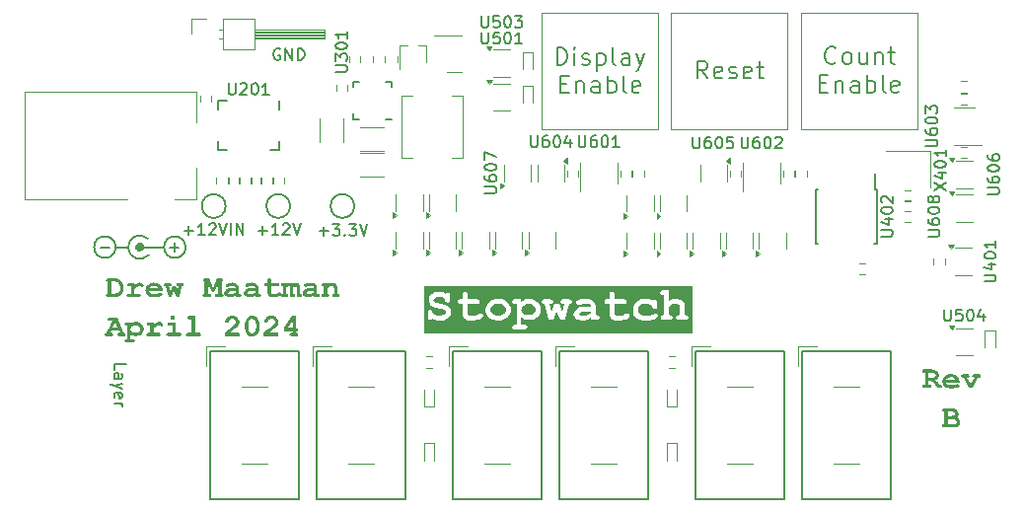
<source format=gbr>
G04 #@! TF.GenerationSoftware,KiCad,Pcbnew,8.0.1-rc1*
G04 #@! TF.CreationDate,2024-04-28T10:37:14-05:00*
G04 #@! TF.ProjectId,Stopwatch,53746f70-7761-4746-9368-2e6b69636164,rev?*
G04 #@! TF.SameCoordinates,Original*
G04 #@! TF.FileFunction,Legend,Top*
G04 #@! TF.FilePolarity,Positive*
%FSLAX46Y46*%
G04 Gerber Fmt 4.6, Leading zero omitted, Abs format (unit mm)*
G04 Created by KiCad (PCBNEW 8.0.1-rc1) date 2024-04-28 10:37:14*
%MOMM*%
%LPD*%
G01*
G04 APERTURE LIST*
%ADD10C,0.400000*%
%ADD11C,0.200000*%
%ADD12C,0.150000*%
%ADD13C,0.120000*%
%ADD14C,0.500000*%
G04 APERTURE END LIST*
D10*
G36*
X158624446Y-113511614D02*
G01*
X158722070Y-113526709D01*
X158824071Y-113557040D01*
X158913263Y-113601068D01*
X158979518Y-113649709D01*
X159051325Y-113725180D01*
X159102616Y-113808466D01*
X159135795Y-113911506D01*
X159143649Y-113998487D01*
X159130911Y-114098368D01*
X159092697Y-114190832D01*
X159066468Y-114231006D01*
X158997958Y-114306111D01*
X158915847Y-114369164D01*
X158834926Y-114416631D01*
X158909573Y-114480792D01*
X158982056Y-114551752D01*
X159025924Y-114598348D01*
X159089477Y-114675565D01*
X159151217Y-114757618D01*
X159195917Y-114819632D01*
X159293633Y-114827978D01*
X159337578Y-114846010D01*
X159394708Y-114925797D01*
X159399615Y-114960316D01*
X159364311Y-115054871D01*
X159356629Y-115062409D01*
X159265003Y-115097947D01*
X159212525Y-115101000D01*
X159051814Y-115101000D01*
X158988639Y-115011861D01*
X158927524Y-114929644D01*
X158849245Y-114830787D01*
X158774628Y-114744233D01*
X158703676Y-114669983D01*
X158620137Y-114594473D01*
X158527447Y-114529237D01*
X158484193Y-114507001D01*
X158205268Y-114507001D01*
X158205268Y-114819632D01*
X158307361Y-114819632D01*
X158407352Y-114833409D01*
X158451953Y-114858711D01*
X158495046Y-114948715D01*
X158495428Y-114960316D01*
X158462143Y-115052265D01*
X158451953Y-115062409D01*
X158359877Y-115097947D01*
X158307361Y-115101000D01*
X157879936Y-115101000D01*
X157779773Y-115087395D01*
X157734856Y-115062409D01*
X157692247Y-114971920D01*
X157691869Y-114960316D01*
X157727976Y-114866161D01*
X157735833Y-114858711D01*
X157828051Y-114822723D01*
X157879936Y-114819632D01*
X157923900Y-114819632D01*
X157923900Y-113787950D01*
X158205268Y-113787950D01*
X158205268Y-114225633D01*
X158425086Y-114225633D01*
X158527321Y-114218995D01*
X158625653Y-114197149D01*
X158643928Y-114190951D01*
X158734761Y-114152123D01*
X158817340Y-114092765D01*
X158861579Y-114003273D01*
X158862281Y-113990672D01*
X158825466Y-113897206D01*
X158776796Y-113851942D01*
X158687371Y-113808197D01*
X158586758Y-113790200D01*
X158528157Y-113787950D01*
X158205268Y-113787950D01*
X157923900Y-113787950D01*
X157879936Y-113787950D01*
X157779773Y-113774345D01*
X157734856Y-113749360D01*
X157692247Y-113658871D01*
X157691869Y-113647266D01*
X157727174Y-113553111D01*
X157734856Y-113545661D01*
X157827382Y-113509673D01*
X157879936Y-113506582D01*
X158517410Y-113506582D01*
X158624446Y-113511614D01*
G37*
G36*
X160251441Y-113887273D02*
G01*
X160350445Y-113903874D01*
X160453069Y-113934917D01*
X160462072Y-113938404D01*
X160552091Y-113978121D01*
X160641449Y-114031843D01*
X160675540Y-114060036D01*
X160745035Y-114137431D01*
X160800169Y-114219479D01*
X160839183Y-114294510D01*
X160870739Y-114392863D01*
X160882760Y-114496861D01*
X160883146Y-114520678D01*
X160883146Y-114632053D01*
X159727878Y-114632053D01*
X159784013Y-114715838D01*
X159863327Y-114779123D01*
X159883705Y-114790811D01*
X159978730Y-114827425D01*
X160074920Y-114845027D01*
X160174706Y-114850836D01*
X160186566Y-114850895D01*
X160294634Y-114844407D01*
X160395582Y-114829875D01*
X160494481Y-114810347D01*
X160603244Y-114784461D01*
X160702729Y-114762342D01*
X160751255Y-114757106D01*
X160843622Y-114794697D01*
X160846021Y-114797161D01*
X160884461Y-114889382D01*
X160884612Y-114896812D01*
X160846104Y-114987227D01*
X160843579Y-114989625D01*
X160757161Y-115036179D01*
X160661029Y-115066022D01*
X160575400Y-115086345D01*
X160469949Y-115106434D01*
X160366573Y-115120783D01*
X160265273Y-115129393D01*
X160166049Y-115132263D01*
X160063859Y-115127886D01*
X159949919Y-115111079D01*
X159845460Y-115081667D01*
X159750480Y-115039649D01*
X159664979Y-114985027D01*
X159625784Y-114952988D01*
X159556891Y-114882675D01*
X159494530Y-114793306D01*
X159451570Y-114696037D01*
X159428012Y-114590867D01*
X159423063Y-114510909D01*
X159430756Y-114409970D01*
X159438096Y-114381949D01*
X159736182Y-114381949D01*
X160571492Y-114381949D01*
X160512492Y-114301838D01*
X160434166Y-114236121D01*
X160402476Y-114217817D01*
X160311011Y-114182395D01*
X160206485Y-114165030D01*
X160153837Y-114163107D01*
X160052217Y-114170801D01*
X159954221Y-114196500D01*
X159906663Y-114217817D01*
X159822581Y-114275920D01*
X159753271Y-114355341D01*
X159736182Y-114381949D01*
X159438096Y-114381949D01*
X159459180Y-114301454D01*
X159508548Y-114202896D01*
X159578859Y-114114295D01*
X159641904Y-114057106D01*
X159726489Y-113997508D01*
X159815744Y-113950242D01*
X159909671Y-113915305D01*
X160008268Y-113892700D01*
X160111537Y-113882424D01*
X160146998Y-113881739D01*
X160251441Y-113887273D01*
G37*
G36*
X161859141Y-114769318D02*
G01*
X162162490Y-114194370D01*
X162061202Y-114186797D01*
X162017899Y-114170434D01*
X161956189Y-114092164D01*
X161949511Y-114053686D01*
X161984815Y-113959532D01*
X161992497Y-113952081D01*
X162085023Y-113916093D01*
X162137578Y-113913002D01*
X162523970Y-113913002D01*
X162623961Y-113926779D01*
X162668562Y-113952081D01*
X162711655Y-114042086D01*
X162712037Y-114053686D01*
X162678751Y-114145636D01*
X162668562Y-114155780D01*
X162576486Y-114191317D01*
X162523970Y-114194370D01*
X162477075Y-114194370D01*
X162005686Y-115101000D01*
X161712107Y-115101000D01*
X161240718Y-114194370D01*
X161200662Y-114194370D01*
X161100499Y-114180765D01*
X161055582Y-114155780D01*
X161012973Y-114065291D01*
X161012595Y-114053686D01*
X161047900Y-113959532D01*
X161055582Y-113952081D01*
X161148107Y-113916093D01*
X161200662Y-113913002D01*
X161578750Y-113913002D01*
X161677517Y-113926779D01*
X161721876Y-113952081D01*
X161764969Y-114042086D01*
X161765352Y-114053686D01*
X161725102Y-114145289D01*
X161699406Y-114168480D01*
X161604426Y-114192752D01*
X161552372Y-114194370D01*
X161859141Y-114769318D01*
G37*
G36*
X160369514Y-116872753D02*
G01*
X160465839Y-116891266D01*
X160564360Y-116927536D01*
X160650547Y-116979926D01*
X160670167Y-116995542D01*
X160744549Y-117071908D01*
X160794588Y-117155924D01*
X160821636Y-117258248D01*
X160824040Y-117301823D01*
X160810110Y-117403031D01*
X160788380Y-117460092D01*
X160732947Y-117544303D01*
X160679937Y-117597357D01*
X160763711Y-117654937D01*
X160837064Y-117724992D01*
X160879727Y-117782493D01*
X160923057Y-117873214D01*
X160944297Y-117973126D01*
X160946650Y-118022339D01*
X160934682Y-118125166D01*
X160898778Y-118220665D01*
X160841686Y-118302650D01*
X160810851Y-118331062D01*
X160727289Y-118386240D01*
X160638904Y-118424852D01*
X160540182Y-118449562D01*
X160439935Y-118459729D01*
X160384403Y-118461000D01*
X159557396Y-118461000D01*
X159457233Y-118447395D01*
X159412316Y-118422409D01*
X159369707Y-118331920D01*
X159369329Y-118320316D01*
X159405436Y-118226161D01*
X159413293Y-118218711D01*
X159505511Y-118182723D01*
X159557396Y-118179632D01*
X159601360Y-118179632D01*
X159601360Y-117773212D01*
X159883216Y-117773212D01*
X159883216Y-118179632D01*
X160369260Y-118179632D01*
X160475409Y-118173686D01*
X160575614Y-118148922D01*
X160611060Y-118129318D01*
X160662904Y-118045796D01*
X160664793Y-118020385D01*
X160631254Y-117926636D01*
X160558792Y-117854789D01*
X160466674Y-117805078D01*
X160370074Y-117781178D01*
X160267717Y-117773291D01*
X160255442Y-117773212D01*
X159883216Y-117773212D01*
X159601360Y-117773212D01*
X159601360Y-117147950D01*
X159883216Y-117147950D01*
X159883216Y-117491844D01*
X160192428Y-117491844D01*
X160290745Y-117484975D01*
X160386222Y-117461550D01*
X160468422Y-117421502D01*
X160535421Y-117345499D01*
X160542672Y-117303777D01*
X160499739Y-117215919D01*
X160472330Y-117194845D01*
X160374812Y-117158254D01*
X160268798Y-117148133D01*
X160250069Y-117147950D01*
X159883216Y-117147950D01*
X159601360Y-117147950D01*
X159557396Y-117147950D01*
X159457233Y-117134345D01*
X159412316Y-117109360D01*
X159369707Y-117018871D01*
X159369329Y-117007266D01*
X159404634Y-116913111D01*
X159412316Y-116905661D01*
X159504842Y-116869673D01*
X159557396Y-116866582D01*
X160263747Y-116866582D01*
X160369514Y-116872753D01*
G37*
D11*
X126354628Y-87373270D02*
X126354628Y-85873270D01*
X126354628Y-85873270D02*
X126711771Y-85873270D01*
X126711771Y-85873270D02*
X126926057Y-85944699D01*
X126926057Y-85944699D02*
X127068914Y-86087556D01*
X127068914Y-86087556D02*
X127140343Y-86230413D01*
X127140343Y-86230413D02*
X127211771Y-86516127D01*
X127211771Y-86516127D02*
X127211771Y-86730413D01*
X127211771Y-86730413D02*
X127140343Y-87016127D01*
X127140343Y-87016127D02*
X127068914Y-87158984D01*
X127068914Y-87158984D02*
X126926057Y-87301842D01*
X126926057Y-87301842D02*
X126711771Y-87373270D01*
X126711771Y-87373270D02*
X126354628Y-87373270D01*
X127854628Y-87373270D02*
X127854628Y-86373270D01*
X127854628Y-85873270D02*
X127783200Y-85944699D01*
X127783200Y-85944699D02*
X127854628Y-86016127D01*
X127854628Y-86016127D02*
X127926057Y-85944699D01*
X127926057Y-85944699D02*
X127854628Y-85873270D01*
X127854628Y-85873270D02*
X127854628Y-86016127D01*
X128497486Y-87301842D02*
X128640343Y-87373270D01*
X128640343Y-87373270D02*
X128926057Y-87373270D01*
X128926057Y-87373270D02*
X129068914Y-87301842D01*
X129068914Y-87301842D02*
X129140343Y-87158984D01*
X129140343Y-87158984D02*
X129140343Y-87087556D01*
X129140343Y-87087556D02*
X129068914Y-86944699D01*
X129068914Y-86944699D02*
X128926057Y-86873270D01*
X128926057Y-86873270D02*
X128711772Y-86873270D01*
X128711772Y-86873270D02*
X128568914Y-86801842D01*
X128568914Y-86801842D02*
X128497486Y-86658984D01*
X128497486Y-86658984D02*
X128497486Y-86587556D01*
X128497486Y-86587556D02*
X128568914Y-86444699D01*
X128568914Y-86444699D02*
X128711772Y-86373270D01*
X128711772Y-86373270D02*
X128926057Y-86373270D01*
X128926057Y-86373270D02*
X129068914Y-86444699D01*
X129783200Y-86373270D02*
X129783200Y-87873270D01*
X129783200Y-86444699D02*
X129926058Y-86373270D01*
X129926058Y-86373270D02*
X130211772Y-86373270D01*
X130211772Y-86373270D02*
X130354629Y-86444699D01*
X130354629Y-86444699D02*
X130426058Y-86516127D01*
X130426058Y-86516127D02*
X130497486Y-86658984D01*
X130497486Y-86658984D02*
X130497486Y-87087556D01*
X130497486Y-87087556D02*
X130426058Y-87230413D01*
X130426058Y-87230413D02*
X130354629Y-87301842D01*
X130354629Y-87301842D02*
X130211772Y-87373270D01*
X130211772Y-87373270D02*
X129926058Y-87373270D01*
X129926058Y-87373270D02*
X129783200Y-87301842D01*
X131354629Y-87373270D02*
X131211772Y-87301842D01*
X131211772Y-87301842D02*
X131140343Y-87158984D01*
X131140343Y-87158984D02*
X131140343Y-85873270D01*
X132568915Y-87373270D02*
X132568915Y-86587556D01*
X132568915Y-86587556D02*
X132497486Y-86444699D01*
X132497486Y-86444699D02*
X132354629Y-86373270D01*
X132354629Y-86373270D02*
X132068915Y-86373270D01*
X132068915Y-86373270D02*
X131926057Y-86444699D01*
X132568915Y-87301842D02*
X132426057Y-87373270D01*
X132426057Y-87373270D02*
X132068915Y-87373270D01*
X132068915Y-87373270D02*
X131926057Y-87301842D01*
X131926057Y-87301842D02*
X131854629Y-87158984D01*
X131854629Y-87158984D02*
X131854629Y-87016127D01*
X131854629Y-87016127D02*
X131926057Y-86873270D01*
X131926057Y-86873270D02*
X132068915Y-86801842D01*
X132068915Y-86801842D02*
X132426057Y-86801842D01*
X132426057Y-86801842D02*
X132568915Y-86730413D01*
X133140343Y-86373270D02*
X133497486Y-87373270D01*
X133854629Y-86373270D02*
X133497486Y-87373270D01*
X133497486Y-87373270D02*
X133354629Y-87730413D01*
X133354629Y-87730413D02*
X133283200Y-87801842D01*
X133283200Y-87801842D02*
X133140343Y-87873270D01*
X126640342Y-89002472D02*
X127140342Y-89002472D01*
X127354628Y-89788186D02*
X126640342Y-89788186D01*
X126640342Y-89788186D02*
X126640342Y-88288186D01*
X126640342Y-88288186D02*
X127354628Y-88288186D01*
X127997485Y-88788186D02*
X127997485Y-89788186D01*
X127997485Y-88931043D02*
X128068914Y-88859615D01*
X128068914Y-88859615D02*
X128211771Y-88788186D01*
X128211771Y-88788186D02*
X128426057Y-88788186D01*
X128426057Y-88788186D02*
X128568914Y-88859615D01*
X128568914Y-88859615D02*
X128640343Y-89002472D01*
X128640343Y-89002472D02*
X128640343Y-89788186D01*
X129997486Y-89788186D02*
X129997486Y-89002472D01*
X129997486Y-89002472D02*
X129926057Y-88859615D01*
X129926057Y-88859615D02*
X129783200Y-88788186D01*
X129783200Y-88788186D02*
X129497486Y-88788186D01*
X129497486Y-88788186D02*
X129354628Y-88859615D01*
X129997486Y-89716758D02*
X129854628Y-89788186D01*
X129854628Y-89788186D02*
X129497486Y-89788186D01*
X129497486Y-89788186D02*
X129354628Y-89716758D01*
X129354628Y-89716758D02*
X129283200Y-89573900D01*
X129283200Y-89573900D02*
X129283200Y-89431043D01*
X129283200Y-89431043D02*
X129354628Y-89288186D01*
X129354628Y-89288186D02*
X129497486Y-89216758D01*
X129497486Y-89216758D02*
X129854628Y-89216758D01*
X129854628Y-89216758D02*
X129997486Y-89145329D01*
X130711771Y-89788186D02*
X130711771Y-88288186D01*
X130711771Y-88859615D02*
X130854629Y-88788186D01*
X130854629Y-88788186D02*
X131140343Y-88788186D01*
X131140343Y-88788186D02*
X131283200Y-88859615D01*
X131283200Y-88859615D02*
X131354629Y-88931043D01*
X131354629Y-88931043D02*
X131426057Y-89073900D01*
X131426057Y-89073900D02*
X131426057Y-89502472D01*
X131426057Y-89502472D02*
X131354629Y-89645329D01*
X131354629Y-89645329D02*
X131283200Y-89716758D01*
X131283200Y-89716758D02*
X131140343Y-89788186D01*
X131140343Y-89788186D02*
X130854629Y-89788186D01*
X130854629Y-89788186D02*
X130711771Y-89716758D01*
X132283200Y-89788186D02*
X132140343Y-89716758D01*
X132140343Y-89716758D02*
X132068914Y-89573900D01*
X132068914Y-89573900D02*
X132068914Y-88288186D01*
X133426057Y-89716758D02*
X133283200Y-89788186D01*
X133283200Y-89788186D02*
X132997486Y-89788186D01*
X132997486Y-89788186D02*
X132854628Y-89716758D01*
X132854628Y-89716758D02*
X132783200Y-89573900D01*
X132783200Y-89573900D02*
X132783200Y-89002472D01*
X132783200Y-89002472D02*
X132854628Y-88859615D01*
X132854628Y-88859615D02*
X132997486Y-88788186D01*
X132997486Y-88788186D02*
X133283200Y-88788186D01*
X133283200Y-88788186D02*
X133426057Y-88859615D01*
X133426057Y-88859615D02*
X133497486Y-89002472D01*
X133497486Y-89002472D02*
X133497486Y-89145329D01*
X133497486Y-89145329D02*
X132783200Y-89288186D01*
D10*
G36*
X88396925Y-105684848D02*
G01*
X88498980Y-105691717D01*
X88599249Y-105712325D01*
X88665103Y-105733696D01*
X88756374Y-105773676D01*
X88844450Y-105829695D01*
X88876129Y-105856795D01*
X88945664Y-105933834D01*
X89001670Y-106012133D01*
X89052680Y-106098192D01*
X89093431Y-106189776D01*
X89099855Y-106208016D01*
X89123698Y-106308702D01*
X89132553Y-106411417D01*
X89133072Y-106445908D01*
X89133072Y-106574380D01*
X89127157Y-106677468D01*
X89106986Y-106782159D01*
X89072500Y-106877730D01*
X89022011Y-106969847D01*
X88960668Y-107048364D01*
X88913742Y-107093152D01*
X88835901Y-107153765D01*
X88750893Y-107205672D01*
X88729095Y-107216250D01*
X88635386Y-107248708D01*
X88537506Y-107267641D01*
X88439733Y-107276297D01*
X88373477Y-107277800D01*
X87807322Y-107277800D01*
X87707159Y-107264195D01*
X87662242Y-107239209D01*
X87619633Y-107148720D01*
X87619255Y-107137116D01*
X87654560Y-107042961D01*
X87662242Y-107035511D01*
X87757304Y-106998302D01*
X87793645Y-106996432D01*
X87793645Y-105964750D01*
X88075012Y-105964750D01*
X88075012Y-106996432D01*
X88374454Y-106996432D01*
X88479948Y-106991121D01*
X88579618Y-106971153D01*
X88627490Y-106951491D01*
X88714043Y-106893602D01*
X88783538Y-106817882D01*
X88794552Y-106801037D01*
X88833287Y-106710731D01*
X88849833Y-106608288D01*
X88851216Y-106564122D01*
X88851216Y-106439558D01*
X88841492Y-106336121D01*
X88809493Y-106238577D01*
X88800414Y-106220716D01*
X88743306Y-106130818D01*
X88675609Y-106057499D01*
X88621139Y-106019460D01*
X88524314Y-105982061D01*
X88425991Y-105966673D01*
X88371523Y-105964750D01*
X88075012Y-105964750D01*
X87793645Y-105964750D01*
X87696512Y-105948130D01*
X87661754Y-105926160D01*
X87619629Y-105835671D01*
X87619255Y-105824066D01*
X87654560Y-105729911D01*
X87662242Y-105722461D01*
X87754768Y-105686473D01*
X87807322Y-105683382D01*
X88396925Y-105684848D01*
G37*
G36*
X90045564Y-106089802D02*
G01*
X90045564Y-106269565D01*
X90129522Y-106211588D01*
X90212736Y-106158990D01*
X90305174Y-106109657D01*
X90324978Y-106101037D01*
X90418250Y-106070533D01*
X90516952Y-106058539D01*
X90618733Y-106072415D01*
X90709980Y-106109514D01*
X90783177Y-106157213D01*
X90851785Y-106229008D01*
X90871105Y-106293501D01*
X90836602Y-106385304D01*
X90829095Y-106393152D01*
X90739395Y-106433340D01*
X90728467Y-106433696D01*
X90636091Y-106400311D01*
X90618069Y-106386802D01*
X90529493Y-106341052D01*
X90514999Y-106339907D01*
X90418408Y-106367003D01*
X90338655Y-106409272D01*
X90251128Y-106465157D01*
X90169212Y-106523074D01*
X90088612Y-106583768D01*
X90045564Y-106617367D01*
X90045564Y-106996432D01*
X90446611Y-106996432D01*
X90546601Y-107010209D01*
X90591202Y-107035511D01*
X90634295Y-107125515D01*
X90634678Y-107137116D01*
X90601392Y-107229065D01*
X90591202Y-107239209D01*
X90499127Y-107274747D01*
X90446611Y-107277800D01*
X89596157Y-107277800D01*
X89495994Y-107264195D01*
X89451077Y-107239209D01*
X89408468Y-107148720D01*
X89408090Y-107137116D01*
X89443394Y-107042961D01*
X89451077Y-107035511D01*
X89543602Y-106999523D01*
X89596157Y-106996432D01*
X89763708Y-106996432D01*
X89763708Y-106371170D01*
X89662103Y-106371170D01*
X89561940Y-106357565D01*
X89517022Y-106332580D01*
X89474413Y-106242091D01*
X89474036Y-106230486D01*
X89509340Y-106136332D01*
X89517022Y-106128881D01*
X89609548Y-106092893D01*
X89662103Y-106089802D01*
X90045564Y-106089802D01*
G37*
G36*
X91859218Y-106064073D02*
G01*
X91958222Y-106080674D01*
X92060845Y-106111717D01*
X92069848Y-106115204D01*
X92159868Y-106154921D01*
X92249226Y-106208643D01*
X92283317Y-106236836D01*
X92352811Y-106314231D01*
X92407946Y-106396279D01*
X92446959Y-106471310D01*
X92478515Y-106569663D01*
X92490537Y-106673661D01*
X92490923Y-106697478D01*
X92490923Y-106808853D01*
X91335654Y-106808853D01*
X91391790Y-106892638D01*
X91471104Y-106955923D01*
X91491481Y-106967611D01*
X91586507Y-107004225D01*
X91682697Y-107021827D01*
X91782482Y-107027636D01*
X91794343Y-107027695D01*
X91902410Y-107021207D01*
X92003359Y-107006675D01*
X92102258Y-106987147D01*
X92211021Y-106961261D01*
X92310506Y-106939142D01*
X92359032Y-106933906D01*
X92451399Y-106971497D01*
X92453798Y-106973961D01*
X92492238Y-107066182D01*
X92492389Y-107073612D01*
X92453880Y-107164027D01*
X92451356Y-107166425D01*
X92364938Y-107212979D01*
X92268806Y-107242822D01*
X92183177Y-107263145D01*
X92077725Y-107283234D01*
X91974350Y-107297583D01*
X91873050Y-107306193D01*
X91773826Y-107309063D01*
X91671635Y-107304686D01*
X91557696Y-107287879D01*
X91453236Y-107258467D01*
X91358256Y-107216449D01*
X91272756Y-107161827D01*
X91233561Y-107129788D01*
X91164667Y-107059475D01*
X91102307Y-106970106D01*
X91059347Y-106872837D01*
X91035789Y-106767667D01*
X91030839Y-106687709D01*
X91038533Y-106586770D01*
X91045873Y-106558749D01*
X91343959Y-106558749D01*
X92179269Y-106558749D01*
X92120268Y-106478638D01*
X92041943Y-106412921D01*
X92010253Y-106394617D01*
X91918788Y-106359195D01*
X91814262Y-106341830D01*
X91761614Y-106339907D01*
X91659994Y-106347601D01*
X91561998Y-106373300D01*
X91514440Y-106394617D01*
X91430358Y-106452720D01*
X91361048Y-106532141D01*
X91343959Y-106558749D01*
X91045873Y-106558749D01*
X91066957Y-106478254D01*
X91116324Y-106379696D01*
X91186636Y-106291095D01*
X91249681Y-106233906D01*
X91334265Y-106174308D01*
X91423521Y-106127042D01*
X91517447Y-106092105D01*
X91616045Y-106069500D01*
X91719314Y-106059224D01*
X91754775Y-106058539D01*
X91859218Y-106064073D01*
G37*
G36*
X93466918Y-106779056D02*
G01*
X93271523Y-107277800D01*
X93006276Y-107277800D01*
X92770337Y-106371170D01*
X92672998Y-106347616D01*
X92654077Y-106332580D01*
X92615342Y-106242091D01*
X92614999Y-106230486D01*
X92650303Y-106136332D01*
X92657985Y-106128881D01*
X92750511Y-106092893D01*
X92803066Y-106089802D01*
X93065382Y-106089802D01*
X93165545Y-106103579D01*
X93210463Y-106128881D01*
X93253556Y-106218886D01*
X93253938Y-106230486D01*
X93218466Y-106323609D01*
X93204112Y-106337953D01*
X93108308Y-106369094D01*
X93058544Y-106371170D01*
X93166010Y-106779056D01*
X93340400Y-106339907D01*
X93590504Y-106339907D01*
X93766359Y-106779056D01*
X93876269Y-106371170D01*
X93777275Y-106362215D01*
X93738516Y-106345769D01*
X93677786Y-106265082D01*
X93672570Y-106230486D01*
X93708276Y-106136332D01*
X93716045Y-106128881D01*
X93808571Y-106092893D01*
X93861126Y-106089802D01*
X94126373Y-106089802D01*
X94226364Y-106103579D01*
X94270965Y-106128881D01*
X94314058Y-106218886D01*
X94314440Y-106230486D01*
X94283148Y-106325042D01*
X94276338Y-106332580D01*
X94182465Y-106370567D01*
X94164475Y-106371170D01*
X93933910Y-107277800D01*
X93672570Y-107277800D01*
X93466918Y-106779056D01*
G37*
G36*
X96385131Y-106205085D02*
G01*
X96385131Y-106996432D01*
X96486736Y-106996432D01*
X96586727Y-107010209D01*
X96631328Y-107035511D01*
X96674421Y-107125515D01*
X96674803Y-107137116D01*
X96641517Y-107229065D01*
X96631328Y-107239209D01*
X96539252Y-107274747D01*
X96486736Y-107277800D01*
X96116952Y-107277800D01*
X96016962Y-107264195D01*
X95972361Y-107239209D01*
X95929268Y-107148720D01*
X95928885Y-107137116D01*
X95964190Y-107042961D01*
X95971872Y-107035511D01*
X96066600Y-106998302D01*
X96103275Y-106996432D01*
X96103275Y-105964750D01*
X96006805Y-105939274D01*
X95991412Y-105926160D01*
X95954129Y-105835671D01*
X95953798Y-105824066D01*
X95989103Y-105729911D01*
X95996785Y-105722461D01*
X96089311Y-105686473D01*
X96141865Y-105683382D01*
X96451077Y-105683382D01*
X96834538Y-106496222D01*
X97210672Y-105683382D01*
X97522814Y-105683382D01*
X97622805Y-105697159D01*
X97667406Y-105722461D01*
X97710499Y-105812465D01*
X97710881Y-105824066D01*
X97679187Y-105918622D01*
X97672291Y-105926160D01*
X97578578Y-105964147D01*
X97560916Y-105964750D01*
X97560916Y-106996432D01*
X97658049Y-107013262D01*
X97692807Y-107035511D01*
X97735416Y-107125515D01*
X97735794Y-107137116D01*
X97702508Y-107229065D01*
X97692319Y-107239209D01*
X97599793Y-107274747D01*
X97547239Y-107277800D01*
X97176478Y-107277800D01*
X97077539Y-107264195D01*
X97032863Y-107239209D01*
X96989770Y-107148720D01*
X96989388Y-107137116D01*
X97025094Y-107042961D01*
X97032863Y-107035511D01*
X97124632Y-106999523D01*
X97176478Y-106996432D01*
X97279548Y-106996432D01*
X97279548Y-106205085D01*
X96956659Y-106899712D01*
X96711928Y-106899712D01*
X96385131Y-106205085D01*
G37*
G36*
X98597704Y-106063612D02*
G01*
X98695638Y-106078829D01*
X98793824Y-106108641D01*
X98886766Y-106158019D01*
X98895948Y-106164541D01*
X98972455Y-106238376D01*
X99020626Y-106327382D01*
X99040461Y-106431557D01*
X99041028Y-106454213D01*
X99041028Y-106996432D01*
X99088899Y-106996432D01*
X99189062Y-107010209D01*
X99233980Y-107035511D01*
X99277073Y-107125515D01*
X99277455Y-107137116D01*
X99244169Y-107229065D01*
X99233980Y-107239209D01*
X99141454Y-107274747D01*
X99088899Y-107277800D01*
X98759172Y-107277800D01*
X98759172Y-107121484D01*
X98676579Y-107185231D01*
X98587805Y-107235790D01*
X98525187Y-107262168D01*
X98425467Y-107292530D01*
X98326732Y-107307918D01*
X98293645Y-107309063D01*
X98185415Y-107302041D01*
X98087870Y-107280975D01*
X97990905Y-107240489D01*
X97924838Y-107196711D01*
X97850392Y-107123848D01*
X97800347Y-107038300D01*
X97783666Y-106947095D01*
X97785451Y-106936836D01*
X98075292Y-106936836D01*
X98112417Y-106990081D01*
X98205582Y-107020495D01*
X98300484Y-107027695D01*
X98401642Y-107020503D01*
X98498862Y-107002637D01*
X98530560Y-106994966D01*
X98630268Y-106964108D01*
X98720623Y-106925510D01*
X98759172Y-106905085D01*
X98759172Y-106804945D01*
X98656113Y-106790520D01*
X98558206Y-106781437D01*
X98456458Y-106777617D01*
X98447518Y-106777590D01*
X98344774Y-106784364D01*
X98242664Y-106807463D01*
X98151984Y-106846955D01*
X98080085Y-106914183D01*
X98075292Y-106936836D01*
X97785451Y-106936836D01*
X97801316Y-106845629D01*
X97847383Y-106758307D01*
X97912337Y-106683866D01*
X97964405Y-106638860D01*
X98050071Y-106583282D01*
X98148919Y-106541354D01*
X98244140Y-106516281D01*
X98349046Y-106501237D01*
X98463638Y-106496222D01*
X98565189Y-106500069D01*
X98668054Y-106510354D01*
X98759172Y-106523578D01*
X98759172Y-106464959D01*
X98711516Y-106379493D01*
X98704950Y-106375078D01*
X98605947Y-106345712D01*
X98507750Y-106339941D01*
X98498320Y-106339907D01*
X98394090Y-106346364D01*
X98291279Y-106361610D01*
X98186350Y-106383000D01*
X98173966Y-106385825D01*
X98075238Y-106401849D01*
X98058683Y-106402433D01*
X97965400Y-106364842D01*
X97962940Y-106362377D01*
X97924205Y-106271723D01*
X97923861Y-106260284D01*
X97937539Y-106199712D01*
X97976129Y-106158190D01*
X98069638Y-106123300D01*
X98079200Y-106120577D01*
X98178061Y-106096591D01*
X98278639Y-106077758D01*
X98292179Y-106075636D01*
X98389337Y-106063364D01*
X98488551Y-106058539D01*
X98597704Y-106063612D01*
G37*
G36*
X100278095Y-106063612D02*
G01*
X100376029Y-106078829D01*
X100474214Y-106108641D01*
X100567156Y-106158019D01*
X100576338Y-106164541D01*
X100652846Y-106238376D01*
X100701017Y-106327382D01*
X100720852Y-106431557D01*
X100721419Y-106454213D01*
X100721419Y-106996432D01*
X100769290Y-106996432D01*
X100869453Y-107010209D01*
X100914370Y-107035511D01*
X100957464Y-107125515D01*
X100957846Y-107137116D01*
X100924560Y-107229065D01*
X100914370Y-107239209D01*
X100821845Y-107274747D01*
X100769290Y-107277800D01*
X100439562Y-107277800D01*
X100439562Y-107121484D01*
X100356970Y-107185231D01*
X100268195Y-107235790D01*
X100205578Y-107262168D01*
X100105858Y-107292530D01*
X100007123Y-107307918D01*
X99974036Y-107309063D01*
X99865805Y-107302041D01*
X99768261Y-107280975D01*
X99671296Y-107240489D01*
X99605229Y-107196711D01*
X99530782Y-107123848D01*
X99480738Y-107038300D01*
X99464056Y-106947095D01*
X99465841Y-106936836D01*
X99755682Y-106936836D01*
X99792807Y-106990081D01*
X99885973Y-107020495D01*
X99980874Y-107027695D01*
X100082032Y-107020503D01*
X100179253Y-107002637D01*
X100210951Y-106994966D01*
X100310658Y-106964108D01*
X100401014Y-106925510D01*
X100439562Y-106905085D01*
X100439562Y-106804945D01*
X100336503Y-106790520D01*
X100238596Y-106781437D01*
X100136849Y-106777617D01*
X100127909Y-106777590D01*
X100025164Y-106784364D01*
X99923055Y-106807463D01*
X99832375Y-106846955D01*
X99760476Y-106914183D01*
X99755682Y-106936836D01*
X99465841Y-106936836D01*
X99481707Y-106845629D01*
X99527774Y-106758307D01*
X99592728Y-106683866D01*
X99644796Y-106638860D01*
X99730461Y-106583282D01*
X99829310Y-106541354D01*
X99924531Y-106516281D01*
X100029437Y-106501237D01*
X100144029Y-106496222D01*
X100245580Y-106500069D01*
X100348445Y-106510354D01*
X100439562Y-106523578D01*
X100439562Y-106464959D01*
X100391906Y-106379493D01*
X100385340Y-106375078D01*
X100286338Y-106345712D01*
X100188141Y-106339941D01*
X100178711Y-106339907D01*
X100074480Y-106346364D01*
X99971669Y-106361610D01*
X99866740Y-106383000D01*
X99854357Y-106385825D01*
X99755629Y-106401849D01*
X99739074Y-106402433D01*
X99645790Y-106364842D01*
X99643331Y-106362377D01*
X99604595Y-106271723D01*
X99604252Y-106260284D01*
X99617929Y-106199712D01*
X99656520Y-106158190D01*
X99750029Y-106123300D01*
X99759590Y-106120577D01*
X99858451Y-106096591D01*
X99959030Y-106077758D01*
X99972570Y-106075636D01*
X100069728Y-106063364D01*
X100168941Y-106058539D01*
X100278095Y-106063612D01*
G37*
G36*
X101797064Y-106371170D02*
G01*
X101797064Y-106879195D01*
X101821572Y-106974996D01*
X101834189Y-106986662D01*
X101927784Y-107019841D01*
X102031137Y-107027655D01*
X102040330Y-107027695D01*
X102146026Y-107022077D01*
X102247692Y-107005224D01*
X102345328Y-106977137D01*
X102438934Y-106937813D01*
X102532775Y-106903879D01*
X102548844Y-106902642D01*
X102641550Y-106941151D01*
X102644098Y-106943675D01*
X102684484Y-107036068D01*
X102684643Y-107043326D01*
X102643384Y-107134628D01*
X102640679Y-107137116D01*
X102556636Y-107191238D01*
X102465923Y-107227608D01*
X102374943Y-107255329D01*
X102279657Y-107278838D01*
X102181731Y-107297256D01*
X102084434Y-107307751D01*
X102040330Y-107309063D01*
X101931831Y-107304037D01*
X101823173Y-107285986D01*
X101720494Y-107249986D01*
X101646611Y-107204038D01*
X101577574Y-107133723D01*
X101531166Y-107045577D01*
X101515696Y-106946118D01*
X101515696Y-106371170D01*
X101414091Y-106371170D01*
X101313521Y-106357393D01*
X101268523Y-106332091D01*
X101225914Y-106241603D01*
X101225536Y-106229998D01*
X101260840Y-106136410D01*
X101268523Y-106128881D01*
X101361301Y-106092893D01*
X101414091Y-106089802D01*
X101515696Y-106089802D01*
X101515696Y-105838232D01*
X101529473Y-105739229D01*
X101554775Y-105695106D01*
X101645264Y-105652497D01*
X101656869Y-105652119D01*
X101750456Y-105687424D01*
X101757985Y-105695106D01*
X101793973Y-105786227D01*
X101797064Y-105838232D01*
X101797064Y-106089802D01*
X102317790Y-106089802D01*
X102418188Y-106103579D01*
X102462870Y-106128881D01*
X102505963Y-106219370D01*
X102506345Y-106230975D01*
X102470640Y-106324562D01*
X102462870Y-106332091D01*
X102370542Y-106368079D01*
X102317790Y-106371170D01*
X101797064Y-106371170D01*
G37*
G36*
X103112068Y-106089802D02*
G01*
X103112068Y-106171379D01*
X103189037Y-106109103D01*
X103236143Y-106082963D01*
X103333590Y-106059708D01*
X103364615Y-106058539D01*
X103464136Y-106077888D01*
X103486736Y-106087848D01*
X103568869Y-106141099D01*
X103605438Y-106174310D01*
X103687939Y-106117947D01*
X103752961Y-106087360D01*
X103847719Y-106062592D01*
X103905857Y-106058539D01*
X104006675Y-106067775D01*
X104100728Y-106098916D01*
X104160358Y-106136697D01*
X104228364Y-106207365D01*
X104274080Y-106299536D01*
X104289192Y-106396451D01*
X104289318Y-106406830D01*
X104289318Y-106996432D01*
X104388746Y-107014903D01*
X104419744Y-107035511D01*
X104462353Y-107125515D01*
X104462731Y-107137116D01*
X104427426Y-107231671D01*
X104419744Y-107239209D01*
X104328118Y-107274747D01*
X104275641Y-107277800D01*
X104007950Y-107277800D01*
X104007950Y-106446397D01*
X103984503Y-106363354D01*
X103913184Y-106339907D01*
X103826722Y-106362866D01*
X103750577Y-106429584D01*
X103703135Y-106484010D01*
X103703135Y-106996432D01*
X103802563Y-107014903D01*
X103833561Y-107035511D01*
X103875686Y-107125515D01*
X103876059Y-107137116D01*
X103841156Y-107231671D01*
X103833561Y-107239209D01*
X103741683Y-107274747D01*
X103688969Y-107277800D01*
X103421279Y-107277800D01*
X103421279Y-106446397D01*
X103397343Y-106363843D01*
X103325047Y-106339907D01*
X103230374Y-106367413D01*
X103227350Y-106369216D01*
X103152291Y-106435858D01*
X103112068Y-106484010D01*
X103112068Y-106996432D01*
X103211726Y-107014903D01*
X103242982Y-107035511D01*
X103286075Y-107125515D01*
X103286457Y-107137116D01*
X103253171Y-107229065D01*
X103242982Y-107239209D01*
X103150906Y-107274747D01*
X103098390Y-107277800D01*
X102844377Y-107277800D01*
X102744215Y-107264195D01*
X102699297Y-107239209D01*
X102656204Y-107148720D01*
X102655822Y-107137116D01*
X102691127Y-107042961D01*
X102698809Y-107035511D01*
X102793834Y-106998302D01*
X102830700Y-106996432D01*
X102830700Y-106371170D01*
X102733568Y-106354551D01*
X102698809Y-106332580D01*
X102656200Y-106242091D01*
X102655822Y-106230486D01*
X102691528Y-106136332D01*
X102699297Y-106128881D01*
X102791823Y-106092893D01*
X102844377Y-106089802D01*
X103112068Y-106089802D01*
G37*
G36*
X105319267Y-106063612D02*
G01*
X105417201Y-106078829D01*
X105515387Y-106108641D01*
X105608329Y-106158019D01*
X105617511Y-106164541D01*
X105694018Y-106238376D01*
X105742189Y-106327382D01*
X105762024Y-106431557D01*
X105762591Y-106454213D01*
X105762591Y-106996432D01*
X105810463Y-106996432D01*
X105910626Y-107010209D01*
X105955543Y-107035511D01*
X105998636Y-107125515D01*
X105999018Y-107137116D01*
X105965732Y-107229065D01*
X105955543Y-107239209D01*
X105863017Y-107274747D01*
X105810463Y-107277800D01*
X105480735Y-107277800D01*
X105480735Y-107121484D01*
X105398142Y-107185231D01*
X105309368Y-107235790D01*
X105246750Y-107262168D01*
X105147030Y-107292530D01*
X105048295Y-107307918D01*
X105015208Y-107309063D01*
X104906978Y-107302041D01*
X104809433Y-107280975D01*
X104712468Y-107240489D01*
X104646401Y-107196711D01*
X104571955Y-107123848D01*
X104521910Y-107038300D01*
X104505229Y-106947095D01*
X104507014Y-106936836D01*
X104796855Y-106936836D01*
X104833980Y-106990081D01*
X104927145Y-107020495D01*
X105022047Y-107027695D01*
X105123205Y-107020503D01*
X105220425Y-107002637D01*
X105252123Y-106994966D01*
X105351831Y-106964108D01*
X105442186Y-106925510D01*
X105480735Y-106905085D01*
X105480735Y-106804945D01*
X105377676Y-106790520D01*
X105279769Y-106781437D01*
X105178021Y-106777617D01*
X105169081Y-106777590D01*
X105066337Y-106784364D01*
X104964227Y-106807463D01*
X104873547Y-106846955D01*
X104801648Y-106914183D01*
X104796855Y-106936836D01*
X104507014Y-106936836D01*
X104522879Y-106845629D01*
X104568947Y-106758307D01*
X104633900Y-106683866D01*
X104685969Y-106638860D01*
X104771634Y-106583282D01*
X104870483Y-106541354D01*
X104965703Y-106516281D01*
X105070609Y-106501237D01*
X105185201Y-106496222D01*
X105286752Y-106500069D01*
X105389617Y-106510354D01*
X105480735Y-106523578D01*
X105480735Y-106464959D01*
X105433079Y-106379493D01*
X105426513Y-106375078D01*
X105327510Y-106345712D01*
X105229313Y-106339941D01*
X105219883Y-106339907D01*
X105115653Y-106346364D01*
X105012842Y-106361610D01*
X104907913Y-106383000D01*
X104895529Y-106385825D01*
X104796801Y-106401849D01*
X104780246Y-106402433D01*
X104686963Y-106364842D01*
X104684503Y-106362377D01*
X104645768Y-106271723D01*
X104645424Y-106260284D01*
X104659102Y-106199712D01*
X104697692Y-106158190D01*
X104791201Y-106123300D01*
X104800763Y-106120577D01*
X104899624Y-106096591D01*
X105000202Y-106077758D01*
X105013742Y-106075636D01*
X105110901Y-106063364D01*
X105210114Y-106058539D01*
X105319267Y-106063612D01*
G37*
G36*
X106622814Y-106089802D02*
G01*
X106622814Y-106183592D01*
X106708849Y-106125981D01*
X106792319Y-106089802D01*
X106889039Y-106066355D01*
X106986812Y-106058570D01*
X106993575Y-106058539D01*
X107097994Y-106065482D01*
X107205079Y-106090417D01*
X107299097Y-106133488D01*
X107380048Y-106194694D01*
X107389248Y-106203619D01*
X107450042Y-106282989D01*
X107488319Y-106376383D01*
X107504081Y-106483802D01*
X107504531Y-106506969D01*
X107504531Y-106996432D01*
X107601663Y-107013262D01*
X107636422Y-107035511D01*
X107679031Y-107125515D01*
X107679409Y-107137116D01*
X107646123Y-107229065D01*
X107635934Y-107239209D01*
X107543408Y-107274747D01*
X107490853Y-107277800D01*
X107236841Y-107277800D01*
X107136678Y-107264195D01*
X107091761Y-107239209D01*
X107049152Y-107148720D01*
X107048774Y-107137116D01*
X107083677Y-107042961D01*
X107091272Y-107035511D01*
X107186298Y-106998302D01*
X107223163Y-106996432D01*
X107223163Y-106512342D01*
X107197676Y-106415231D01*
X107173826Y-106389733D01*
X107080730Y-106349444D01*
X106979897Y-106339907D01*
X106877956Y-106351344D01*
X106808927Y-106376055D01*
X106725763Y-106431742D01*
X106650406Y-106499794D01*
X106622814Y-106527485D01*
X106622814Y-106996432D01*
X106720548Y-107004623D01*
X106763010Y-107022321D01*
X106824639Y-107102559D01*
X106829932Y-107137116D01*
X106796647Y-107229065D01*
X106786457Y-107239209D01*
X106694381Y-107274747D01*
X106641865Y-107277800D01*
X106321907Y-107277800D01*
X106221744Y-107264195D01*
X106176827Y-107239209D01*
X106133734Y-107148720D01*
X106133352Y-107137116D01*
X106173602Y-107045214D01*
X106199297Y-107021833D01*
X106297114Y-106997647D01*
X106340958Y-106996432D01*
X106340958Y-106371170D01*
X106243826Y-106354551D01*
X106209067Y-106332580D01*
X106166942Y-106242091D01*
X106166569Y-106230486D01*
X106201873Y-106136332D01*
X106209555Y-106128881D01*
X106302081Y-106092893D01*
X106354636Y-106089802D01*
X106622814Y-106089802D01*
G37*
G36*
X89138446Y-110356432D02*
G01*
X89236067Y-110366354D01*
X89269360Y-110381833D01*
X89327390Y-110462520D01*
X89332375Y-110497116D01*
X89297070Y-110591671D01*
X89289388Y-110599209D01*
X89197762Y-110634747D01*
X89145285Y-110637800D01*
X88766220Y-110637800D01*
X88666057Y-110624195D01*
X88621139Y-110599209D01*
X88578531Y-110508720D01*
X88578153Y-110497116D01*
X88613457Y-110402961D01*
X88621139Y-110395511D01*
X88713665Y-110359523D01*
X88766220Y-110356432D01*
X88835096Y-110356432D01*
X88767685Y-110168853D01*
X88083317Y-110168853D01*
X88014929Y-110356432D01*
X88083317Y-110356432D01*
X88183480Y-110370209D01*
X88228397Y-110395511D01*
X88271490Y-110485515D01*
X88271872Y-110497116D01*
X88238586Y-110589065D01*
X88228397Y-110599209D01*
X88135871Y-110634747D01*
X88083317Y-110637800D01*
X87704252Y-110637800D01*
X87604261Y-110624195D01*
X87559660Y-110599209D01*
X87516567Y-110508720D01*
X87516185Y-110497116D01*
X87550967Y-110405540D01*
X87561614Y-110395511D01*
X87657003Y-110359523D01*
X87711091Y-110356432D01*
X87912259Y-109887485D01*
X88196157Y-109887485D01*
X88650937Y-109887485D01*
X88424280Y-109403396D01*
X88196157Y-109887485D01*
X87912259Y-109887485D01*
X88153659Y-109324750D01*
X87969500Y-109324750D01*
X87869337Y-109311145D01*
X87824419Y-109286160D01*
X87781326Y-109195671D01*
X87780944Y-109184066D01*
X87816650Y-109089911D01*
X87824419Y-109082461D01*
X87916945Y-109046473D01*
X87969500Y-109043382D01*
X88578153Y-109043382D01*
X89138446Y-110356432D01*
G37*
G36*
X90281245Y-109425220D02*
G01*
X90380489Y-109445261D01*
X90473723Y-109478663D01*
X90560947Y-109525426D01*
X90642159Y-109585550D01*
X90667895Y-109608560D01*
X90736954Y-109681776D01*
X90799465Y-109772143D01*
X90842528Y-109867839D01*
X90866143Y-109968865D01*
X90871105Y-110044289D01*
X90862655Y-110142458D01*
X90831440Y-110248609D01*
X90777224Y-110345738D01*
X90712446Y-110421811D01*
X90630770Y-110491254D01*
X90540503Y-110548355D01*
X90445374Y-110591432D01*
X90345383Y-110620483D01*
X90240531Y-110635510D01*
X90178432Y-110637800D01*
X90077302Y-110629213D01*
X89977246Y-110603453D01*
X89963987Y-110598721D01*
X89871943Y-110557047D01*
X89786977Y-110504954D01*
X89754426Y-110481484D01*
X89754426Y-110887904D01*
X89922954Y-110887904D01*
X90023352Y-110901509D01*
X90068034Y-110926495D01*
X90111127Y-111016983D01*
X90111509Y-111028588D01*
X90075804Y-111122743D01*
X90068034Y-111130193D01*
X89975706Y-111166181D01*
X89922954Y-111169272D01*
X89424698Y-111169272D01*
X89324128Y-111155495D01*
X89279130Y-111130193D01*
X89236521Y-111040189D01*
X89236143Y-111028588D01*
X89269803Y-110936638D01*
X89280107Y-110926495D01*
X89372577Y-110890957D01*
X89424698Y-110887904D01*
X89472570Y-110887904D01*
X89472570Y-110047709D01*
X89754426Y-110047709D01*
X89780830Y-110146713D01*
X89846430Y-110230433D01*
X89874594Y-110255804D01*
X89963962Y-110313095D01*
X90056927Y-110344541D01*
X90161055Y-110356333D01*
X90172082Y-110356432D01*
X90278003Y-110346652D01*
X90372284Y-110317315D01*
X90462550Y-110262453D01*
X90470058Y-110256292D01*
X90538195Y-110185956D01*
X90584010Y-110093098D01*
X90589737Y-110045266D01*
X90565511Y-109948868D01*
X90542842Y-109902629D01*
X90483735Y-109823005D01*
X90405253Y-109761668D01*
X90399227Y-109758037D01*
X90308146Y-109718300D01*
X90204161Y-109700815D01*
X90172082Y-109699907D01*
X90072461Y-109709280D01*
X89973307Y-109742231D01*
X89887831Y-109798907D01*
X89838446Y-109849872D01*
X89784046Y-109932011D01*
X89755165Y-110029784D01*
X89754426Y-110047709D01*
X89472570Y-110047709D01*
X89472570Y-109731170D01*
X89424698Y-109731170D01*
X89324128Y-109717565D01*
X89279130Y-109692580D01*
X89236521Y-109602091D01*
X89236143Y-109590486D01*
X89271448Y-109496332D01*
X89279130Y-109488881D01*
X89371908Y-109452893D01*
X89424698Y-109449802D01*
X89754426Y-109449802D01*
X89754426Y-109574855D01*
X89835728Y-109517249D01*
X89925807Y-109470179D01*
X89958613Y-109457130D01*
X90059170Y-109429430D01*
X90162089Y-109418690D01*
X90175989Y-109418539D01*
X90281245Y-109425220D01*
G37*
G36*
X91725955Y-109449802D02*
G01*
X91725955Y-109629565D01*
X91809913Y-109571588D01*
X91893126Y-109518990D01*
X91985565Y-109469657D01*
X92005368Y-109461037D01*
X92098641Y-109430533D01*
X92197343Y-109418539D01*
X92299124Y-109432415D01*
X92390371Y-109469514D01*
X92463568Y-109517213D01*
X92532175Y-109589008D01*
X92551495Y-109653501D01*
X92516993Y-109745304D01*
X92509486Y-109753152D01*
X92419786Y-109793340D01*
X92408858Y-109793696D01*
X92316482Y-109760311D01*
X92298460Y-109746802D01*
X92209884Y-109701052D01*
X92195389Y-109699907D01*
X92098799Y-109727003D01*
X92019046Y-109769272D01*
X91931519Y-109825157D01*
X91849603Y-109883074D01*
X91769002Y-109943768D01*
X91725955Y-109977367D01*
X91725955Y-110356432D01*
X92127001Y-110356432D01*
X92226992Y-110370209D01*
X92271593Y-110395511D01*
X92314686Y-110485515D01*
X92315068Y-110497116D01*
X92281783Y-110589065D01*
X92271593Y-110599209D01*
X92179517Y-110634747D01*
X92127001Y-110637800D01*
X91276548Y-110637800D01*
X91176385Y-110624195D01*
X91131467Y-110599209D01*
X91088859Y-110508720D01*
X91088481Y-110497116D01*
X91123785Y-110402961D01*
X91131467Y-110395511D01*
X91223993Y-110359523D01*
X91276548Y-110356432D01*
X91444098Y-110356432D01*
X91444098Y-109731170D01*
X91342493Y-109731170D01*
X91242330Y-109717565D01*
X91197413Y-109692580D01*
X91154804Y-109602091D01*
X91154426Y-109590486D01*
X91189731Y-109496332D01*
X91197413Y-109488881D01*
X91289939Y-109452893D01*
X91342493Y-109449802D01*
X91725955Y-109449802D01*
G37*
G36*
X93565592Y-108918330D02*
G01*
X93565592Y-109199698D01*
X93230490Y-109199698D01*
X93230490Y-108918330D01*
X93565592Y-108918330D01*
G37*
G36*
X93604182Y-109449802D02*
G01*
X93604182Y-110356432D01*
X93942214Y-110356432D01*
X94042205Y-110370209D01*
X94086806Y-110395511D01*
X94129899Y-110485515D01*
X94130281Y-110497116D01*
X94096995Y-110589065D01*
X94086806Y-110599209D01*
X93994730Y-110634747D01*
X93942214Y-110637800D01*
X92984294Y-110637800D01*
X92884131Y-110624195D01*
X92839213Y-110599209D01*
X92796605Y-110508720D01*
X92796227Y-110497116D01*
X92831531Y-110402961D01*
X92839213Y-110395511D01*
X92931739Y-110359523D01*
X92984294Y-110356432D01*
X93322326Y-110356432D01*
X93322326Y-109731170D01*
X93095668Y-109731170D01*
X92996557Y-109717565D01*
X92951565Y-109692580D01*
X92907988Y-109602091D01*
X92907601Y-109590486D01*
X92942906Y-109496332D01*
X92950588Y-109488881D01*
X93043114Y-109452893D01*
X93095668Y-109449802D01*
X93604182Y-109449802D01*
G37*
G36*
X95286038Y-108918330D02*
G01*
X95286038Y-110356432D01*
X95623582Y-110356432D01*
X95723981Y-110370209D01*
X95768662Y-110395511D01*
X95811755Y-110485515D01*
X95812137Y-110497116D01*
X95778852Y-110589065D01*
X95768662Y-110599209D01*
X95676334Y-110634747D01*
X95623582Y-110637800D01*
X94666150Y-110637800D01*
X94565987Y-110624195D01*
X94521070Y-110599209D01*
X94478461Y-110508720D01*
X94478083Y-110497116D01*
X94513388Y-110402961D01*
X94521070Y-110395511D01*
X94613595Y-110359523D01*
X94666150Y-110356432D01*
X95004182Y-110356432D01*
X95004182Y-109199698D01*
X94777525Y-109199698D01*
X94678413Y-109186093D01*
X94633421Y-109161107D01*
X94589844Y-109070619D01*
X94589458Y-109059014D01*
X94624762Y-108964859D01*
X94632444Y-108957409D01*
X94724970Y-108921421D01*
X94777525Y-108918330D01*
X95286038Y-108918330D01*
G37*
G36*
X98242842Y-110356432D02*
G01*
X98859800Y-110356432D01*
X98952728Y-110325199D01*
X98955543Y-110325169D01*
X99047813Y-110357706D01*
X99057636Y-110367667D01*
X99092724Y-110459798D01*
X99095738Y-110512747D01*
X99095738Y-110637800D01*
X97812486Y-110637800D01*
X97812486Y-110325169D01*
X97905264Y-110253768D01*
X97993333Y-110185622D01*
X98076692Y-110120732D01*
X98155342Y-110059097D01*
X98264487Y-109972748D01*
X98363036Y-109893723D01*
X98450990Y-109822023D01*
X98528347Y-109757648D01*
X98615007Y-109683207D01*
X98696843Y-109608467D01*
X98731816Y-109573389D01*
X98791534Y-109490102D01*
X98811440Y-109411212D01*
X98786073Y-109315827D01*
X98721558Y-109242196D01*
X98631412Y-109191773D01*
X98535836Y-109171028D01*
X98481712Y-109168435D01*
X98383942Y-109179113D01*
X98290977Y-109215120D01*
X98230630Y-109258804D01*
X98170864Y-109342262D01*
X98146611Y-109401931D01*
X98093854Y-109486927D01*
X98010812Y-109512328D01*
X97919175Y-109478227D01*
X97911160Y-109470807D01*
X97869315Y-109379588D01*
X97869151Y-109372622D01*
X97890657Y-109272014D01*
X97936127Y-109179078D01*
X97945354Y-109163550D01*
X98005999Y-109083186D01*
X98083151Y-109014712D01*
X98167615Y-108962782D01*
X98261687Y-108922854D01*
X98360720Y-108897714D01*
X98464714Y-108887363D01*
X98486108Y-108887067D01*
X98598000Y-108894687D01*
X98700729Y-108917548D01*
X98794295Y-108955648D01*
X98878698Y-109008990D01*
X98922814Y-109046313D01*
X98989242Y-109118995D01*
X99045181Y-109209961D01*
X99079810Y-109309352D01*
X99093129Y-109417170D01*
X99093296Y-109431240D01*
X99083946Y-109528840D01*
X99053177Y-109626148D01*
X99044447Y-109644708D01*
X98988645Y-109727071D01*
X98921639Y-109800294D01*
X98843978Y-109873620D01*
X98810463Y-109903117D01*
X98733379Y-109968052D01*
X98646322Y-110038967D01*
X98558976Y-110108819D01*
X98479414Y-110171742D01*
X98391243Y-110240924D01*
X98294461Y-110316364D01*
X98242842Y-110356432D01*
G37*
G36*
X100284663Y-108893984D02*
G01*
X100383618Y-108917571D01*
X100470337Y-108957897D01*
X100549945Y-109020966D01*
X100620013Y-109103245D01*
X100674486Y-109186173D01*
X100694552Y-109221191D01*
X100741141Y-109318949D01*
X100774419Y-109419760D01*
X100794386Y-109523625D01*
X100801042Y-109630542D01*
X100801042Y-109925587D01*
X100795460Y-110023349D01*
X100774841Y-110135408D01*
X100745073Y-110229747D01*
X100704144Y-110322506D01*
X100652051Y-110413685D01*
X100642284Y-110428728D01*
X100577958Y-110510404D01*
X100504050Y-110575182D01*
X100405712Y-110629398D01*
X100311042Y-110657562D01*
X100206788Y-110668828D01*
X100188481Y-110669063D01*
X100087082Y-110662098D01*
X99987444Y-110638348D01*
X99900274Y-110597744D01*
X99821117Y-110534119D01*
X99751661Y-110451534D01*
X99697813Y-110368499D01*
X99678013Y-110333473D01*
X99632065Y-110235806D01*
X99599245Y-110135270D01*
X99579553Y-110031864D01*
X99572989Y-109925587D01*
X99572989Y-109923145D01*
X99854357Y-109923145D01*
X99862417Y-110027589D01*
X99886597Y-110125012D01*
X99926897Y-110215412D01*
X99983317Y-110298790D01*
X100064160Y-110362604D01*
X100164017Y-110386913D01*
X100188481Y-110387695D01*
X100290488Y-110368995D01*
X100375105Y-110312895D01*
X100396087Y-110289998D01*
X100455120Y-110201139D01*
X100494834Y-110101074D01*
X100513915Y-110002720D01*
X100518209Y-109923145D01*
X100518209Y-109632984D01*
X100510210Y-109528906D01*
X100486213Y-109431606D01*
X100446218Y-109341084D01*
X100390225Y-109257339D01*
X100309003Y-109193526D01*
X100209760Y-109169216D01*
X100185550Y-109168435D01*
X100082540Y-109187134D01*
X99997483Y-109243234D01*
X99976478Y-109266132D01*
X99917445Y-109354991D01*
X99877731Y-109455055D01*
X99858650Y-109553409D01*
X99854357Y-109632984D01*
X99854357Y-109923145D01*
X99572989Y-109923145D01*
X99572989Y-109630542D01*
X99580539Y-109517188D01*
X99603189Y-109405797D01*
X99634622Y-109311881D01*
X99677149Y-109219409D01*
X99730770Y-109128379D01*
X99794929Y-109046370D01*
X99868706Y-108981329D01*
X99966933Y-108926893D01*
X100061547Y-108898614D01*
X100165778Y-108887302D01*
X100184084Y-108887067D01*
X100284663Y-108893984D01*
G37*
G36*
X101603624Y-110356432D02*
G01*
X102220581Y-110356432D01*
X102313510Y-110325199D01*
X102316324Y-110325169D01*
X102408595Y-110357706D01*
X102418418Y-110367667D01*
X102453506Y-110459798D01*
X102456520Y-110512747D01*
X102456520Y-110637800D01*
X101173268Y-110637800D01*
X101173268Y-110325169D01*
X101266046Y-110253768D01*
X101354114Y-110185622D01*
X101437474Y-110120732D01*
X101516124Y-110059097D01*
X101625269Y-109972748D01*
X101723818Y-109893723D01*
X101811771Y-109822023D01*
X101889128Y-109757648D01*
X101975789Y-109683207D01*
X102057624Y-109608467D01*
X102092598Y-109573389D01*
X102152315Y-109490102D01*
X102172221Y-109411212D01*
X102146854Y-109315827D01*
X102082340Y-109242196D01*
X101992193Y-109191773D01*
X101896618Y-109171028D01*
X101842493Y-109168435D01*
X101744724Y-109179113D01*
X101651759Y-109215120D01*
X101591412Y-109258804D01*
X101531646Y-109342262D01*
X101507392Y-109401931D01*
X101454636Y-109486927D01*
X101371593Y-109512328D01*
X101279956Y-109478227D01*
X101271942Y-109470807D01*
X101230096Y-109379588D01*
X101229932Y-109372622D01*
X101251439Y-109272014D01*
X101296908Y-109179078D01*
X101306136Y-109163550D01*
X101366780Y-109083186D01*
X101443933Y-109014712D01*
X101528397Y-108962782D01*
X101622469Y-108922854D01*
X101721501Y-108897714D01*
X101825496Y-108887363D01*
X101846890Y-108887067D01*
X101958782Y-108894687D01*
X102061510Y-108917548D01*
X102155076Y-108955648D01*
X102239480Y-109008990D01*
X102283596Y-109046313D01*
X102350024Y-109118995D01*
X102405963Y-109209961D01*
X102440592Y-109309352D01*
X102453911Y-109417170D01*
X102454077Y-109431240D01*
X102444727Y-109528840D01*
X102413959Y-109626148D01*
X102405229Y-109644708D01*
X102349427Y-109727071D01*
X102282421Y-109800294D01*
X102204759Y-109873620D01*
X102171244Y-109903117D01*
X102094161Y-109968052D01*
X102007103Y-110038967D01*
X101919758Y-110108819D01*
X101840196Y-110171742D01*
X101752024Y-110240924D01*
X101655243Y-110316364D01*
X101603624Y-110356432D01*
G37*
G36*
X103959590Y-109950012D02*
G01*
X104056723Y-109966842D01*
X104091481Y-109989090D01*
X104134090Y-110079095D01*
X104134468Y-110090696D01*
X104101182Y-110182645D01*
X104090993Y-110192789D01*
X103995931Y-110229533D01*
X103959590Y-110231379D01*
X103959590Y-110356432D01*
X104056723Y-110373262D01*
X104091481Y-110395511D01*
X104134090Y-110485515D01*
X104134468Y-110497116D01*
X104101182Y-110589065D01*
X104090993Y-110599209D01*
X103998467Y-110634747D01*
X103945913Y-110637800D01*
X103568313Y-110637800D01*
X103468150Y-110624195D01*
X103423233Y-110599209D01*
X103380624Y-110508720D01*
X103380246Y-110497116D01*
X103415551Y-110402961D01*
X103423233Y-110395511D01*
X103515759Y-110359523D01*
X103568313Y-110356432D01*
X103678223Y-110356432D01*
X103678223Y-110231379D01*
X102912765Y-110231379D01*
X102912765Y-109996906D01*
X102942095Y-109950012D01*
X103270337Y-109950012D01*
X103678223Y-109950012D01*
X103678223Y-109290556D01*
X103270337Y-109950012D01*
X102942095Y-109950012D01*
X103587364Y-108918330D01*
X103959590Y-108918330D01*
X103959590Y-109950012D01*
G37*
D12*
X105934600Y-101643666D02*
X106696505Y-101643666D01*
X106315552Y-102024619D02*
X106315552Y-101262714D01*
X107077457Y-101024619D02*
X107696504Y-101024619D01*
X107696504Y-101024619D02*
X107363171Y-101405571D01*
X107363171Y-101405571D02*
X107506028Y-101405571D01*
X107506028Y-101405571D02*
X107601266Y-101453190D01*
X107601266Y-101453190D02*
X107648885Y-101500809D01*
X107648885Y-101500809D02*
X107696504Y-101596047D01*
X107696504Y-101596047D02*
X107696504Y-101834142D01*
X107696504Y-101834142D02*
X107648885Y-101929380D01*
X107648885Y-101929380D02*
X107601266Y-101977000D01*
X107601266Y-101977000D02*
X107506028Y-102024619D01*
X107506028Y-102024619D02*
X107220314Y-102024619D01*
X107220314Y-102024619D02*
X107125076Y-101977000D01*
X107125076Y-101977000D02*
X107077457Y-101929380D01*
X108125076Y-101929380D02*
X108172695Y-101977000D01*
X108172695Y-101977000D02*
X108125076Y-102024619D01*
X108125076Y-102024619D02*
X108077457Y-101977000D01*
X108077457Y-101977000D02*
X108125076Y-101929380D01*
X108125076Y-101929380D02*
X108125076Y-102024619D01*
X108506028Y-101024619D02*
X109125075Y-101024619D01*
X109125075Y-101024619D02*
X108791742Y-101405571D01*
X108791742Y-101405571D02*
X108934599Y-101405571D01*
X108934599Y-101405571D02*
X109029837Y-101453190D01*
X109029837Y-101453190D02*
X109077456Y-101500809D01*
X109077456Y-101500809D02*
X109125075Y-101596047D01*
X109125075Y-101596047D02*
X109125075Y-101834142D01*
X109125075Y-101834142D02*
X109077456Y-101929380D01*
X109077456Y-101929380D02*
X109029837Y-101977000D01*
X109029837Y-101977000D02*
X108934599Y-102024619D01*
X108934599Y-102024619D02*
X108648885Y-102024619D01*
X108648885Y-102024619D02*
X108553647Y-101977000D01*
X108553647Y-101977000D02*
X108506028Y-101929380D01*
X109410790Y-101024619D02*
X109744123Y-102024619D01*
X109744123Y-102024619D02*
X110077456Y-101024619D01*
D11*
X150283599Y-87179613D02*
X150212171Y-87251042D01*
X150212171Y-87251042D02*
X149997885Y-87322470D01*
X149997885Y-87322470D02*
X149855028Y-87322470D01*
X149855028Y-87322470D02*
X149640742Y-87251042D01*
X149640742Y-87251042D02*
X149497885Y-87108184D01*
X149497885Y-87108184D02*
X149426456Y-86965327D01*
X149426456Y-86965327D02*
X149355028Y-86679613D01*
X149355028Y-86679613D02*
X149355028Y-86465327D01*
X149355028Y-86465327D02*
X149426456Y-86179613D01*
X149426456Y-86179613D02*
X149497885Y-86036756D01*
X149497885Y-86036756D02*
X149640742Y-85893899D01*
X149640742Y-85893899D02*
X149855028Y-85822470D01*
X149855028Y-85822470D02*
X149997885Y-85822470D01*
X149997885Y-85822470D02*
X150212171Y-85893899D01*
X150212171Y-85893899D02*
X150283599Y-85965327D01*
X151140742Y-87322470D02*
X150997885Y-87251042D01*
X150997885Y-87251042D02*
X150926456Y-87179613D01*
X150926456Y-87179613D02*
X150855028Y-87036756D01*
X150855028Y-87036756D02*
X150855028Y-86608184D01*
X150855028Y-86608184D02*
X150926456Y-86465327D01*
X150926456Y-86465327D02*
X150997885Y-86393899D01*
X150997885Y-86393899D02*
X151140742Y-86322470D01*
X151140742Y-86322470D02*
X151355028Y-86322470D01*
X151355028Y-86322470D02*
X151497885Y-86393899D01*
X151497885Y-86393899D02*
X151569314Y-86465327D01*
X151569314Y-86465327D02*
X151640742Y-86608184D01*
X151640742Y-86608184D02*
X151640742Y-87036756D01*
X151640742Y-87036756D02*
X151569314Y-87179613D01*
X151569314Y-87179613D02*
X151497885Y-87251042D01*
X151497885Y-87251042D02*
X151355028Y-87322470D01*
X151355028Y-87322470D02*
X151140742Y-87322470D01*
X152926457Y-86322470D02*
X152926457Y-87322470D01*
X152283599Y-86322470D02*
X152283599Y-87108184D01*
X152283599Y-87108184D02*
X152355028Y-87251042D01*
X152355028Y-87251042D02*
X152497885Y-87322470D01*
X152497885Y-87322470D02*
X152712171Y-87322470D01*
X152712171Y-87322470D02*
X152855028Y-87251042D01*
X152855028Y-87251042D02*
X152926457Y-87179613D01*
X153640742Y-86322470D02*
X153640742Y-87322470D01*
X153640742Y-86465327D02*
X153712171Y-86393899D01*
X153712171Y-86393899D02*
X153855028Y-86322470D01*
X153855028Y-86322470D02*
X154069314Y-86322470D01*
X154069314Y-86322470D02*
X154212171Y-86393899D01*
X154212171Y-86393899D02*
X154283600Y-86536756D01*
X154283600Y-86536756D02*
X154283600Y-87322470D01*
X154783600Y-86322470D02*
X155355028Y-86322470D01*
X154997885Y-85822470D02*
X154997885Y-87108184D01*
X154997885Y-87108184D02*
X155069314Y-87251042D01*
X155069314Y-87251042D02*
X155212171Y-87322470D01*
X155212171Y-87322470D02*
X155355028Y-87322470D01*
X148890742Y-88951672D02*
X149390742Y-88951672D01*
X149605028Y-89737386D02*
X148890742Y-89737386D01*
X148890742Y-89737386D02*
X148890742Y-88237386D01*
X148890742Y-88237386D02*
X149605028Y-88237386D01*
X150247885Y-88737386D02*
X150247885Y-89737386D01*
X150247885Y-88880243D02*
X150319314Y-88808815D01*
X150319314Y-88808815D02*
X150462171Y-88737386D01*
X150462171Y-88737386D02*
X150676457Y-88737386D01*
X150676457Y-88737386D02*
X150819314Y-88808815D01*
X150819314Y-88808815D02*
X150890743Y-88951672D01*
X150890743Y-88951672D02*
X150890743Y-89737386D01*
X152247886Y-89737386D02*
X152247886Y-88951672D01*
X152247886Y-88951672D02*
X152176457Y-88808815D01*
X152176457Y-88808815D02*
X152033600Y-88737386D01*
X152033600Y-88737386D02*
X151747886Y-88737386D01*
X151747886Y-88737386D02*
X151605028Y-88808815D01*
X152247886Y-89665958D02*
X152105028Y-89737386D01*
X152105028Y-89737386D02*
X151747886Y-89737386D01*
X151747886Y-89737386D02*
X151605028Y-89665958D01*
X151605028Y-89665958D02*
X151533600Y-89523100D01*
X151533600Y-89523100D02*
X151533600Y-89380243D01*
X151533600Y-89380243D02*
X151605028Y-89237386D01*
X151605028Y-89237386D02*
X151747886Y-89165958D01*
X151747886Y-89165958D02*
X152105028Y-89165958D01*
X152105028Y-89165958D02*
X152247886Y-89094529D01*
X152962171Y-89737386D02*
X152962171Y-88237386D01*
X152962171Y-88808815D02*
X153105029Y-88737386D01*
X153105029Y-88737386D02*
X153390743Y-88737386D01*
X153390743Y-88737386D02*
X153533600Y-88808815D01*
X153533600Y-88808815D02*
X153605029Y-88880243D01*
X153605029Y-88880243D02*
X153676457Y-89023100D01*
X153676457Y-89023100D02*
X153676457Y-89451672D01*
X153676457Y-89451672D02*
X153605029Y-89594529D01*
X153605029Y-89594529D02*
X153533600Y-89665958D01*
X153533600Y-89665958D02*
X153390743Y-89737386D01*
X153390743Y-89737386D02*
X153105029Y-89737386D01*
X153105029Y-89737386D02*
X152962171Y-89665958D01*
X154533600Y-89737386D02*
X154390743Y-89665958D01*
X154390743Y-89665958D02*
X154319314Y-89523100D01*
X154319314Y-89523100D02*
X154319314Y-88237386D01*
X155676457Y-89665958D02*
X155533600Y-89737386D01*
X155533600Y-89737386D02*
X155247886Y-89737386D01*
X155247886Y-89737386D02*
X155105028Y-89665958D01*
X155105028Y-89665958D02*
X155033600Y-89523100D01*
X155033600Y-89523100D02*
X155033600Y-88951672D01*
X155033600Y-88951672D02*
X155105028Y-88808815D01*
X155105028Y-88808815D02*
X155247886Y-88737386D01*
X155247886Y-88737386D02*
X155533600Y-88737386D01*
X155533600Y-88737386D02*
X155676457Y-88808815D01*
X155676457Y-88808815D02*
X155747886Y-88951672D01*
X155747886Y-88951672D02*
X155747886Y-89094529D01*
X155747886Y-89094529D02*
X155033600Y-89237386D01*
G36*
X123964415Y-107863323D02*
G01*
X124120391Y-107889550D01*
X124257014Y-107949155D01*
X124266053Y-107954602D01*
X124383776Y-108046608D01*
X124472436Y-108166043D01*
X124506439Y-108235402D01*
X124542778Y-108380000D01*
X124534188Y-108451747D01*
X124465466Y-108591034D01*
X124363259Y-108696539D01*
X124351998Y-108705780D01*
X124216599Y-108788072D01*
X124075177Y-108832079D01*
X123916295Y-108846748D01*
X123899755Y-108846600D01*
X123743564Y-108828912D01*
X123604116Y-108781743D01*
X123470063Y-108695806D01*
X123427817Y-108657750D01*
X123329418Y-108532170D01*
X123289812Y-108383663D01*
X123290920Y-108356776D01*
X123334242Y-108210116D01*
X123415841Y-108086908D01*
X123489919Y-108010461D01*
X123618132Y-107925447D01*
X123766864Y-107876020D01*
X123916295Y-107861961D01*
X123964415Y-107863323D01*
G37*
G36*
X121413652Y-107869251D02*
G01*
X121556740Y-107901651D01*
X121698993Y-107969084D01*
X121821424Y-108069323D01*
X121863642Y-108117913D01*
X121939920Y-108251111D01*
X121967970Y-108405645D01*
X121955834Y-108493847D01*
X121884346Y-108630534D01*
X121773797Y-108739769D01*
X121736728Y-108767268D01*
X121601631Y-108839396D01*
X121448789Y-108881471D01*
X121296058Y-108893642D01*
X121243937Y-108892290D01*
X121096847Y-108872004D01*
X120949729Y-108820913D01*
X120819784Y-108739769D01*
X120754045Y-108680968D01*
X120663370Y-108558419D01*
X120626344Y-108407111D01*
X120648942Y-108264652D01*
X120716736Y-108134487D01*
X120817586Y-108026825D01*
X120854412Y-107997362D01*
X120989165Y-107920082D01*
X121142380Y-107875002D01*
X121296058Y-107861961D01*
X121413652Y-107869251D01*
G37*
G36*
X128781102Y-108518526D02*
G01*
X128933722Y-108524256D01*
X129080583Y-108537880D01*
X129235171Y-108559518D01*
X129235171Y-108709728D01*
X129177349Y-108740365D01*
X129041816Y-108798262D01*
X128892254Y-108844550D01*
X128844707Y-108856056D01*
X128698876Y-108882855D01*
X128547139Y-108893642D01*
X128404787Y-108882843D01*
X128265039Y-108837222D01*
X128209351Y-108757355D01*
X128216541Y-108723375D01*
X128324390Y-108622533D01*
X128460410Y-108563295D01*
X128613574Y-108528646D01*
X128767691Y-108518485D01*
X128781102Y-108518526D01*
G37*
G36*
X137948721Y-110399341D02*
G01*
X114914051Y-110399341D01*
X114914051Y-109854982D01*
X122512387Y-109854982D01*
X122512954Y-109872383D01*
X122576867Y-110007390D01*
X122644364Y-110045343D01*
X122795220Y-110066008D01*
X123542603Y-110066008D01*
X123621732Y-110061371D01*
X123760224Y-110007390D01*
X123771878Y-109996214D01*
X123825437Y-109854982D01*
X123824863Y-109837575D01*
X123760224Y-109701842D01*
X123693201Y-109664363D01*
X123542603Y-109643957D01*
X123289812Y-109643957D01*
X123289812Y-109034326D01*
X123338638Y-109069532D01*
X123466088Y-109147670D01*
X123604153Y-109210181D01*
X123624042Y-109217280D01*
X123774126Y-109255920D01*
X123925820Y-109268800D01*
X124018969Y-109265365D01*
X124176248Y-109242825D01*
X124326234Y-109199248D01*
X124468927Y-109134633D01*
X124604327Y-109048981D01*
X124726842Y-108944816D01*
X124824008Y-108830708D01*
X124905333Y-108685014D01*
X124952156Y-108525787D01*
X124964830Y-108378534D01*
X124957388Y-108265398D01*
X124921965Y-108113859D01*
X124857370Y-107970314D01*
X124763604Y-107834764D01*
X124660014Y-107724940D01*
X124629694Y-107697830D01*
X125060084Y-107697830D01*
X125060599Y-107715237D01*
X125118703Y-107850970D01*
X125147083Y-107873525D01*
X125293092Y-107908855D01*
X125647000Y-109268800D01*
X126044871Y-109268800D01*
X126337963Y-108520684D01*
X126646442Y-109268800D01*
X127038451Y-109268800D01*
X127164604Y-108772742D01*
X127771913Y-108772742D01*
X127796935Y-108909550D01*
X127872002Y-109037873D01*
X127983671Y-109147167D01*
X128082772Y-109212833D01*
X128228219Y-109273562D01*
X128374536Y-109305161D01*
X128536881Y-109315694D01*
X128586512Y-109313977D01*
X128734615Y-109290896D01*
X128884194Y-109245352D01*
X128978121Y-109205785D01*
X129111283Y-109129947D01*
X129235171Y-109034326D01*
X129235171Y-109268800D01*
X129729763Y-109268800D01*
X129808595Y-109264221D01*
X129947384Y-109210914D01*
X129962668Y-109195698D01*
X130012596Y-109057774D01*
X130012023Y-109040373D01*
X129947384Y-108905366D01*
X129880008Y-108867413D01*
X129729763Y-108846748D01*
X129657956Y-108846748D01*
X129657956Y-108033419D01*
X129657106Y-107999436D01*
X129627353Y-107843173D01*
X129555096Y-107709665D01*
X129542073Y-107697097D01*
X130414132Y-107697097D01*
X130414698Y-107714504D01*
X130478612Y-107850237D01*
X130546109Y-107888190D01*
X130696965Y-107908855D01*
X130849372Y-107908855D01*
X130849372Y-108771277D01*
X130872576Y-108920466D01*
X130942189Y-109052685D01*
X131045744Y-109158157D01*
X131156569Y-109227080D01*
X131310588Y-109281079D01*
X131473574Y-109308156D01*
X131636323Y-109315694D01*
X131702480Y-109313726D01*
X131848424Y-109297984D01*
X131995314Y-109270357D01*
X132138242Y-109235094D01*
X132274713Y-109193512D01*
X132410783Y-109138958D01*
X132536846Y-109057774D01*
X132540903Y-109054043D01*
X132602792Y-108917090D01*
X132602554Y-108906202D01*
X132541975Y-108767613D01*
X132538154Y-108763826D01*
X132399093Y-108706064D01*
X132374991Y-108707919D01*
X132234229Y-108758820D01*
X132093820Y-108817805D01*
X131947366Y-108859937D01*
X131794867Y-108885216D01*
X131636323Y-108893642D01*
X131622534Y-108893582D01*
X131467503Y-108881862D01*
X131327111Y-108832093D01*
X131308186Y-108814594D01*
X131271424Y-108670893D01*
X131271424Y-108419567D01*
X132865109Y-108419567D01*
X132866557Y-108474696D01*
X132888281Y-108631188D01*
X132936075Y-108774337D01*
X133009937Y-108904141D01*
X133109869Y-109020602D01*
X133235869Y-109123719D01*
X133253210Y-109135530D01*
X133386537Y-109207708D01*
X133540760Y-109261514D01*
X133689584Y-109293010D01*
X133853761Y-109311007D01*
X134002303Y-109315694D01*
X134069783Y-109314973D01*
X134229466Y-109306858D01*
X134376270Y-109289728D01*
X134535432Y-109257270D01*
X134697680Y-109202994D01*
X134834683Y-109131047D01*
X134857930Y-109115602D01*
X134972477Y-109012422D01*
X135026658Y-108870195D01*
X135026412Y-108859571D01*
X134963643Y-108722184D01*
X134951622Y-108710923D01*
X134814167Y-108659169D01*
X134781944Y-108662816D01*
X134653699Y-108735373D01*
X134603016Y-108774348D01*
X134466121Y-108842351D01*
X134339836Y-108871553D01*
X134190695Y-108888634D01*
X134035276Y-108893642D01*
X133892712Y-108889134D01*
X133746638Y-108872480D01*
X133590873Y-108833035D01*
X133460084Y-108765415D01*
X133392705Y-108704863D01*
X133311478Y-108568780D01*
X133287160Y-108415903D01*
X133304763Y-108273851D01*
X133364788Y-108136438D01*
X133467412Y-108018765D01*
X133502252Y-107990742D01*
X133633456Y-107917240D01*
X133787844Y-107874364D01*
X133946616Y-107861961D01*
X134085572Y-107869380D01*
X134235414Y-107898597D01*
X134373797Y-107955750D01*
X134426004Y-107998984D01*
X134492499Y-108130872D01*
X134495684Y-108144771D01*
X134560642Y-108281814D01*
X134564423Y-108284835D01*
X134707188Y-108330907D01*
X134724726Y-108330340D01*
X134861061Y-108266427D01*
X134901132Y-108192255D01*
X134919679Y-108046608D01*
X134919679Y-107771102D01*
X134915043Y-107692212D01*
X134861061Y-107552749D01*
X134849787Y-107540964D01*
X134711585Y-107486804D01*
X134676532Y-107491292D01*
X134554781Y-107580593D01*
X134421424Y-107519044D01*
X134276344Y-107475080D01*
X134247961Y-107468795D01*
X134099476Y-107446641D01*
X133951012Y-107439909D01*
X133891186Y-107440994D01*
X133720294Y-107457266D01*
X133562283Y-107493063D01*
X133417151Y-107548387D01*
X133284899Y-107623237D01*
X133165527Y-107717613D01*
X133063432Y-107826904D01*
X132971018Y-107967434D01*
X132907355Y-108121988D01*
X132875670Y-108265625D01*
X132865109Y-108419567D01*
X131271424Y-108419567D01*
X131271424Y-107908855D01*
X132052513Y-107908855D01*
X132131641Y-107904219D01*
X132270133Y-107850237D01*
X132281787Y-107838943D01*
X132335346Y-107698562D01*
X132334773Y-107681155D01*
X132270133Y-107545422D01*
X132203111Y-107507469D01*
X132052513Y-107486804D01*
X131271424Y-107486804D01*
X131271424Y-107109448D01*
X131266787Y-107031441D01*
X131215121Y-106900621D01*
X135203978Y-106900621D01*
X135204545Y-106918028D01*
X135268458Y-107053761D01*
X135335834Y-107091240D01*
X135486079Y-107111647D01*
X135558619Y-107111647D01*
X135558619Y-108846748D01*
X135493709Y-108848641D01*
X135348326Y-108886315D01*
X135308926Y-108920816D01*
X135247209Y-109057774D01*
X135247776Y-109075181D01*
X135311689Y-109210914D01*
X135379186Y-109248393D01*
X135530042Y-109268800D01*
X136009980Y-109268800D01*
X136088754Y-109264221D01*
X136226867Y-109210914D01*
X136242151Y-109195698D01*
X136292080Y-109057774D01*
X136282277Y-109000272D01*
X136191696Y-108884850D01*
X136127863Y-108858804D01*
X135980670Y-108846748D01*
X135980670Y-108143328D01*
X136025458Y-108101288D01*
X136145534Y-107998248D01*
X136272296Y-107914717D01*
X136373215Y-107878653D01*
X136520691Y-107861961D01*
X136669075Y-107877388D01*
X136807921Y-107942561D01*
X136855837Y-108005890D01*
X136881927Y-108150656D01*
X136881927Y-108846748D01*
X136817517Y-108848641D01*
X136671633Y-108886315D01*
X136633090Y-108920816D01*
X136572715Y-109057774D01*
X136573282Y-109075181D01*
X136637195Y-109210914D01*
X136704208Y-109248393D01*
X136852617Y-109268800D01*
X137334753Y-109268800D01*
X137413469Y-109264221D01*
X137550908Y-109210914D01*
X137562431Y-109199607D01*
X137615388Y-109057774D01*
X137607563Y-109005880D01*
X137516469Y-108884850D01*
X137457726Y-108860180D01*
X137306176Y-108846748D01*
X137306176Y-108104494D01*
X137300777Y-108008834D01*
X137266396Y-107862140D01*
X137193336Y-107727871D01*
X137156854Y-107683128D01*
X137039285Y-107578783D01*
X136909770Y-107509518D01*
X136821431Y-107479064D01*
X136677759Y-107449698D01*
X136520691Y-107439909D01*
X136392031Y-107450052D01*
X136247384Y-107486071D01*
X136238960Y-107489004D01*
X136104962Y-107548973D01*
X135980670Y-107627488D01*
X135980670Y-106689595D01*
X135486079Y-106689595D01*
X135407247Y-106694232D01*
X135268458Y-106748213D01*
X135256935Y-106759389D01*
X135203978Y-106900621D01*
X131215121Y-106900621D01*
X131212806Y-106894759D01*
X131201512Y-106883236D01*
X131061131Y-106830279D01*
X131043724Y-106830846D01*
X130907991Y-106894759D01*
X130870038Y-106960944D01*
X130849372Y-107109448D01*
X130849372Y-107486804D01*
X130696965Y-107486804D01*
X130617779Y-107491440D01*
X130478612Y-107545422D01*
X130467088Y-107556716D01*
X130414132Y-107697097D01*
X129542073Y-107697097D01*
X129440335Y-107598911D01*
X129426562Y-107589129D01*
X129287149Y-107515062D01*
X129139871Y-107470343D01*
X128992970Y-107447518D01*
X128829240Y-107439909D01*
X128680420Y-107447147D01*
X128534683Y-107465555D01*
X128514373Y-107468737D01*
X128363505Y-107496987D01*
X128215213Y-107532966D01*
X128200871Y-107537050D01*
X128060608Y-107589386D01*
X128002722Y-107651668D01*
X127982206Y-107742526D01*
X127982721Y-107759684D01*
X128040824Y-107895666D01*
X128044513Y-107899363D01*
X128184439Y-107955750D01*
X128209271Y-107954874D01*
X128357363Y-107930837D01*
X128375938Y-107926600D01*
X128533332Y-107894516D01*
X128687548Y-107871646D01*
X128843894Y-107861961D01*
X128858039Y-107862012D01*
X129005334Y-107870668D01*
X129153839Y-107914717D01*
X129163687Y-107921340D01*
X129235171Y-108049539D01*
X129235171Y-108137467D01*
X129098495Y-108117631D01*
X128944198Y-108102204D01*
X128791871Y-108096434D01*
X128619983Y-108103956D01*
X128462624Y-108126521D01*
X128319793Y-108164131D01*
X128171520Y-108227023D01*
X128043022Y-108310391D01*
X127964919Y-108377900D01*
X127867489Y-108489561D01*
X127798388Y-108620544D01*
X127774590Y-108757355D01*
X127771913Y-108772742D01*
X127164604Y-108772742D01*
X127384299Y-107908855D01*
X127411284Y-107907951D01*
X127552094Y-107850970D01*
X127562308Y-107839663D01*
X127609247Y-107697830D01*
X127608674Y-107680429D01*
X127544034Y-107545422D01*
X127477132Y-107507469D01*
X127327146Y-107486804D01*
X126929275Y-107486804D01*
X126850443Y-107491440D01*
X126711654Y-107545422D01*
X126700000Y-107556598D01*
X126646442Y-107697830D01*
X126654266Y-107749723D01*
X126745360Y-107870753D01*
X126803499Y-107895423D01*
X126951989Y-107908855D01*
X126787125Y-108520684D01*
X126523343Y-107861961D01*
X126148186Y-107861961D01*
X125886602Y-108520684D01*
X125725402Y-107908855D01*
X125800048Y-107905741D01*
X125943755Y-107859030D01*
X125965286Y-107837513D01*
X126018493Y-107697830D01*
X126017920Y-107680429D01*
X125953280Y-107545422D01*
X125885904Y-107507469D01*
X125735660Y-107486804D01*
X125342185Y-107486804D01*
X125263353Y-107491440D01*
X125124564Y-107545422D01*
X125113041Y-107556598D01*
X125060084Y-107697830D01*
X124629694Y-107697830D01*
X124621412Y-107690425D01*
X124499593Y-107600239D01*
X124368758Y-107530095D01*
X124228907Y-107479992D01*
X124080040Y-107449930D01*
X123922157Y-107439909D01*
X123901306Y-107440135D01*
X123746928Y-107456246D01*
X123596093Y-107497795D01*
X123546884Y-107517369D01*
X123411764Y-107587974D01*
X123289812Y-107674382D01*
X123289812Y-107486804D01*
X122795220Y-107486804D01*
X122716034Y-107491440D01*
X122576867Y-107545422D01*
X122565344Y-107556598D01*
X122512387Y-107697830D01*
X122512954Y-107715237D01*
X122576867Y-107850970D01*
X122644364Y-107888448D01*
X122795220Y-107908855D01*
X122867028Y-107908855D01*
X122867028Y-108383663D01*
X122867028Y-109643957D01*
X122795220Y-109643957D01*
X122717039Y-109648535D01*
X122578333Y-109701842D01*
X122562877Y-109717058D01*
X122512387Y-109854982D01*
X114914051Y-109854982D01*
X114914051Y-108989630D01*
X115247384Y-108989630D01*
X115252020Y-109067045D01*
X115306002Y-109204319D01*
X115321263Y-109219432D01*
X115462073Y-109268800D01*
X115544871Y-109243887D01*
X115634997Y-109128116D01*
X115674335Y-109150830D01*
X115814183Y-109218791D01*
X115957398Y-109268800D01*
X115999117Y-109279790D01*
X116147300Y-109306718D01*
X116298849Y-109315694D01*
X116463266Y-109307477D01*
X116616349Y-109282824D01*
X116758098Y-109241737D01*
X116909146Y-109173030D01*
X117044767Y-109081954D01*
X117108304Y-109023643D01*
X117195534Y-108904078D01*
X117247872Y-108765734D01*
X117265318Y-108608611D01*
X117261248Y-108531237D01*
X117224504Y-108377555D01*
X117149547Y-108242980D01*
X117104321Y-108188162D01*
X116992015Y-108089187D01*
X116860119Y-108017299D01*
X116814175Y-107999382D01*
X116663624Y-107952352D01*
X116514042Y-107916320D01*
X116361131Y-107886141D01*
X116266112Y-107868399D01*
X116113213Y-107837744D01*
X115966923Y-107800412D01*
X115929133Y-107785093D01*
X115806455Y-107694899D01*
X115752234Y-107554947D01*
X115781375Y-107457113D01*
X115884857Y-107350516D01*
X115947759Y-107312258D01*
X116088762Y-107266138D01*
X116246825Y-107252331D01*
X116376876Y-107262428D01*
X116523064Y-107305087D01*
X116585551Y-107336675D01*
X116702582Y-107434780D01*
X116709068Y-107443682D01*
X116760468Y-107583524D01*
X116761910Y-107589914D01*
X116828612Y-107721277D01*
X116964167Y-107768171D01*
X116981312Y-107767598D01*
X117115841Y-107702959D01*
X117118987Y-107697097D01*
X117811201Y-107697097D01*
X117811767Y-107714504D01*
X117875681Y-107850237D01*
X117943178Y-107888190D01*
X118094034Y-107908855D01*
X118246442Y-107908855D01*
X118246442Y-108771277D01*
X118269646Y-108920466D01*
X118339258Y-109052685D01*
X118442813Y-109158157D01*
X118553638Y-109227080D01*
X118707657Y-109281079D01*
X118870643Y-109308156D01*
X119033392Y-109315694D01*
X119099549Y-109313726D01*
X119245493Y-109297984D01*
X119392383Y-109270357D01*
X119535311Y-109235094D01*
X119671782Y-109193512D01*
X119807852Y-109138958D01*
X119933915Y-109057774D01*
X119937973Y-109054043D01*
X119999861Y-108917090D01*
X119999623Y-108906202D01*
X119939044Y-108767613D01*
X119935223Y-108763826D01*
X119796162Y-108706064D01*
X119772060Y-108707919D01*
X119631298Y-108758820D01*
X119490889Y-108817805D01*
X119344435Y-108859937D01*
X119191936Y-108885216D01*
X119033392Y-108893642D01*
X119019603Y-108893582D01*
X118864572Y-108881862D01*
X118724181Y-108832093D01*
X118705256Y-108814594D01*
X118668493Y-108670893D01*
X118668493Y-108401249D01*
X120204292Y-108401249D01*
X120204346Y-108407111D01*
X120204427Y-108415885D01*
X120223664Y-108574425D01*
X120269402Y-108714645D01*
X120342045Y-108851144D01*
X120378624Y-108903420D01*
X120487203Y-109021887D01*
X120605847Y-109113580D01*
X120744313Y-109191130D01*
X120827353Y-109227015D01*
X120979891Y-109276281D01*
X121136370Y-109305841D01*
X121296790Y-109315694D01*
X121386893Y-109312599D01*
X121546193Y-109291431D01*
X121701783Y-109250209D01*
X121853664Y-109188932D01*
X121918453Y-109155879D01*
X122049076Y-109071547D01*
X122158717Y-108973421D01*
X122255932Y-108848213D01*
X122327030Y-108712673D01*
X122374823Y-108560438D01*
X122390754Y-108404913D01*
X122390222Y-108374922D01*
X122371589Y-108226516D01*
X122326337Y-108080686D01*
X122254467Y-107937432D01*
X122208886Y-107868492D01*
X122110611Y-107755850D01*
X121991471Y-107657929D01*
X121851466Y-107574731D01*
X121767599Y-107535891D01*
X121614025Y-107482568D01*
X121457088Y-107450574D01*
X121296790Y-107439909D01*
X121207833Y-107443129D01*
X121050594Y-107465154D01*
X120897064Y-107508044D01*
X120747244Y-107571800D01*
X120668046Y-107615395D01*
X120540637Y-107705858D01*
X120432703Y-107811738D01*
X120344243Y-107933035D01*
X120327296Y-107961741D01*
X120258961Y-108106383D01*
X120217959Y-108252886D01*
X120204292Y-108401249D01*
X118668493Y-108401249D01*
X118668493Y-107908855D01*
X119449582Y-107908855D01*
X119528710Y-107904219D01*
X119667202Y-107850237D01*
X119678856Y-107838943D01*
X119732415Y-107698562D01*
X119731842Y-107681155D01*
X119667202Y-107545422D01*
X119600180Y-107507469D01*
X119449582Y-107486804D01*
X118668493Y-107486804D01*
X118668493Y-107109448D01*
X118663856Y-107031441D01*
X118609875Y-106894759D01*
X118598581Y-106883236D01*
X118458200Y-106830279D01*
X118440793Y-106830846D01*
X118305060Y-106894759D01*
X118267107Y-106960944D01*
X118246442Y-107109448D01*
X118246442Y-107486804D01*
X118094034Y-107486804D01*
X118014848Y-107491440D01*
X117875681Y-107545422D01*
X117864158Y-107556716D01*
X117811201Y-107697097D01*
X117118987Y-107697097D01*
X117155912Y-107628286D01*
X117174460Y-107482407D01*
X117174460Y-107160739D01*
X117169823Y-107081907D01*
X117115841Y-106943119D01*
X117104548Y-106931334D01*
X116964167Y-106877174D01*
X116892219Y-106904101D01*
X116799303Y-107017857D01*
X116687193Y-106939343D01*
X116546511Y-106876441D01*
X116537832Y-106873601D01*
X116392546Y-106840422D01*
X116245360Y-106830279D01*
X116170587Y-106832172D01*
X116006536Y-106851316D01*
X115857071Y-106891077D01*
X115722192Y-106951454D01*
X115585904Y-107045701D01*
X115499746Y-107128734D01*
X115412597Y-107247299D01*
X115352434Y-107391413D01*
X115332380Y-107546887D01*
X115334885Y-107602837D01*
X115368544Y-107753023D01*
X115434962Y-107883943D01*
X115476307Y-107939747D01*
X115583738Y-108043867D01*
X115715597Y-108125010D01*
X115775124Y-108151157D01*
X115918865Y-108199585D01*
X116076374Y-108238766D01*
X116238765Y-108270090D01*
X116307195Y-108282043D01*
X116462437Y-108311607D01*
X116607328Y-108347760D01*
X116665946Y-108370016D01*
X116789044Y-108453273D01*
X116844732Y-108589560D01*
X116831052Y-108660046D01*
X116728961Y-108772010D01*
X116705940Y-108786739D01*
X116565102Y-108850762D01*
X116416181Y-108884021D01*
X116265144Y-108893642D01*
X116231460Y-108893089D01*
X116080913Y-108875858D01*
X115931752Y-108830628D01*
X115845513Y-108791458D01*
X115719261Y-108706797D01*
X115663573Y-108587362D01*
X115586637Y-108462065D01*
X115461340Y-108424696D01*
X115437756Y-108425715D01*
X115306002Y-108489909D01*
X115268049Y-108556690D01*
X115247384Y-108706064D01*
X115247384Y-108989630D01*
X114914051Y-108989630D01*
X114914051Y-106356262D01*
X137948721Y-106356262D01*
X137948721Y-110399341D01*
G37*
D12*
X87178448Y-103015266D02*
X87940353Y-103015266D01*
X100686295Y-101592866D02*
X101448200Y-101592866D01*
X101067247Y-101973819D02*
X101067247Y-101211914D01*
X102448199Y-101973819D02*
X101876771Y-101973819D01*
X102162485Y-101973819D02*
X102162485Y-100973819D01*
X102162485Y-100973819D02*
X102067247Y-101116676D01*
X102067247Y-101116676D02*
X101972009Y-101211914D01*
X101972009Y-101211914D02*
X101876771Y-101259533D01*
X102829152Y-101069057D02*
X102876771Y-101021438D01*
X102876771Y-101021438D02*
X102972009Y-100973819D01*
X102972009Y-100973819D02*
X103210104Y-100973819D01*
X103210104Y-100973819D02*
X103305342Y-101021438D01*
X103305342Y-101021438D02*
X103352961Y-101069057D01*
X103352961Y-101069057D02*
X103400580Y-101164295D01*
X103400580Y-101164295D02*
X103400580Y-101259533D01*
X103400580Y-101259533D02*
X103352961Y-101402390D01*
X103352961Y-101402390D02*
X102781533Y-101973819D01*
X102781533Y-101973819D02*
X103400580Y-101973819D01*
X103686295Y-100973819D02*
X104019628Y-101973819D01*
X104019628Y-101973819D02*
X104352961Y-100973819D01*
D11*
X139275857Y-88529928D02*
X138775857Y-87815642D01*
X138418714Y-88529928D02*
X138418714Y-87029928D01*
X138418714Y-87029928D02*
X138990143Y-87029928D01*
X138990143Y-87029928D02*
X139133000Y-87101357D01*
X139133000Y-87101357D02*
X139204429Y-87172785D01*
X139204429Y-87172785D02*
X139275857Y-87315642D01*
X139275857Y-87315642D02*
X139275857Y-87529928D01*
X139275857Y-87529928D02*
X139204429Y-87672785D01*
X139204429Y-87672785D02*
X139133000Y-87744214D01*
X139133000Y-87744214D02*
X138990143Y-87815642D01*
X138990143Y-87815642D02*
X138418714Y-87815642D01*
X140490143Y-88458500D02*
X140347286Y-88529928D01*
X140347286Y-88529928D02*
X140061572Y-88529928D01*
X140061572Y-88529928D02*
X139918714Y-88458500D01*
X139918714Y-88458500D02*
X139847286Y-88315642D01*
X139847286Y-88315642D02*
X139847286Y-87744214D01*
X139847286Y-87744214D02*
X139918714Y-87601357D01*
X139918714Y-87601357D02*
X140061572Y-87529928D01*
X140061572Y-87529928D02*
X140347286Y-87529928D01*
X140347286Y-87529928D02*
X140490143Y-87601357D01*
X140490143Y-87601357D02*
X140561572Y-87744214D01*
X140561572Y-87744214D02*
X140561572Y-87887071D01*
X140561572Y-87887071D02*
X139847286Y-88029928D01*
X141133000Y-88458500D02*
X141275857Y-88529928D01*
X141275857Y-88529928D02*
X141561571Y-88529928D01*
X141561571Y-88529928D02*
X141704428Y-88458500D01*
X141704428Y-88458500D02*
X141775857Y-88315642D01*
X141775857Y-88315642D02*
X141775857Y-88244214D01*
X141775857Y-88244214D02*
X141704428Y-88101357D01*
X141704428Y-88101357D02*
X141561571Y-88029928D01*
X141561571Y-88029928D02*
X141347286Y-88029928D01*
X141347286Y-88029928D02*
X141204428Y-87958500D01*
X141204428Y-87958500D02*
X141133000Y-87815642D01*
X141133000Y-87815642D02*
X141133000Y-87744214D01*
X141133000Y-87744214D02*
X141204428Y-87601357D01*
X141204428Y-87601357D02*
X141347286Y-87529928D01*
X141347286Y-87529928D02*
X141561571Y-87529928D01*
X141561571Y-87529928D02*
X141704428Y-87601357D01*
X142990143Y-88458500D02*
X142847286Y-88529928D01*
X142847286Y-88529928D02*
X142561572Y-88529928D01*
X142561572Y-88529928D02*
X142418714Y-88458500D01*
X142418714Y-88458500D02*
X142347286Y-88315642D01*
X142347286Y-88315642D02*
X142347286Y-87744214D01*
X142347286Y-87744214D02*
X142418714Y-87601357D01*
X142418714Y-87601357D02*
X142561572Y-87529928D01*
X142561572Y-87529928D02*
X142847286Y-87529928D01*
X142847286Y-87529928D02*
X142990143Y-87601357D01*
X142990143Y-87601357D02*
X143061572Y-87744214D01*
X143061572Y-87744214D02*
X143061572Y-87887071D01*
X143061572Y-87887071D02*
X142347286Y-88029928D01*
X143490143Y-87529928D02*
X144061571Y-87529928D01*
X143704428Y-87029928D02*
X143704428Y-88315642D01*
X143704428Y-88315642D02*
X143775857Y-88458500D01*
X143775857Y-88458500D02*
X143918714Y-88529928D01*
X143918714Y-88529928D02*
X144061571Y-88529928D01*
D12*
X88344380Y-113563569D02*
X88344380Y-113087379D01*
X88344380Y-113087379D02*
X89344380Y-113087379D01*
X88344380Y-114325474D02*
X88868190Y-114325474D01*
X88868190Y-114325474D02*
X88963428Y-114277855D01*
X88963428Y-114277855D02*
X89011047Y-114182617D01*
X89011047Y-114182617D02*
X89011047Y-113992141D01*
X89011047Y-113992141D02*
X88963428Y-113896903D01*
X88392000Y-114325474D02*
X88344380Y-114230236D01*
X88344380Y-114230236D02*
X88344380Y-113992141D01*
X88344380Y-113992141D02*
X88392000Y-113896903D01*
X88392000Y-113896903D02*
X88487238Y-113849284D01*
X88487238Y-113849284D02*
X88582476Y-113849284D01*
X88582476Y-113849284D02*
X88677714Y-113896903D01*
X88677714Y-113896903D02*
X88725333Y-113992141D01*
X88725333Y-113992141D02*
X88725333Y-114230236D01*
X88725333Y-114230236D02*
X88772952Y-114325474D01*
X89011047Y-114706427D02*
X88344380Y-114944522D01*
X89011047Y-115182617D02*
X88344380Y-114944522D01*
X88344380Y-114944522D02*
X88106285Y-114849284D01*
X88106285Y-114849284D02*
X88058666Y-114801665D01*
X88058666Y-114801665D02*
X88011047Y-114706427D01*
X88392000Y-115944522D02*
X88344380Y-115849284D01*
X88344380Y-115849284D02*
X88344380Y-115658808D01*
X88344380Y-115658808D02*
X88392000Y-115563570D01*
X88392000Y-115563570D02*
X88487238Y-115515951D01*
X88487238Y-115515951D02*
X88868190Y-115515951D01*
X88868190Y-115515951D02*
X88963428Y-115563570D01*
X88963428Y-115563570D02*
X89011047Y-115658808D01*
X89011047Y-115658808D02*
X89011047Y-115849284D01*
X89011047Y-115849284D02*
X88963428Y-115944522D01*
X88963428Y-115944522D02*
X88868190Y-115992141D01*
X88868190Y-115992141D02*
X88772952Y-115992141D01*
X88772952Y-115992141D02*
X88677714Y-115515951D01*
X88344380Y-116420713D02*
X89011047Y-116420713D01*
X88820571Y-116420713D02*
X88915809Y-116468332D01*
X88915809Y-116468332D02*
X88963428Y-116515951D01*
X88963428Y-116515951D02*
X89011047Y-116611189D01*
X89011047Y-116611189D02*
X89011047Y-116706427D01*
X102575295Y-86010838D02*
X102480057Y-85963219D01*
X102480057Y-85963219D02*
X102337200Y-85963219D01*
X102337200Y-85963219D02*
X102194343Y-86010838D01*
X102194343Y-86010838D02*
X102099105Y-86106076D01*
X102099105Y-86106076D02*
X102051486Y-86201314D01*
X102051486Y-86201314D02*
X102003867Y-86391790D01*
X102003867Y-86391790D02*
X102003867Y-86534647D01*
X102003867Y-86534647D02*
X102051486Y-86725123D01*
X102051486Y-86725123D02*
X102099105Y-86820361D01*
X102099105Y-86820361D02*
X102194343Y-86915600D01*
X102194343Y-86915600D02*
X102337200Y-86963219D01*
X102337200Y-86963219D02*
X102432438Y-86963219D01*
X102432438Y-86963219D02*
X102575295Y-86915600D01*
X102575295Y-86915600D02*
X102622914Y-86867980D01*
X102622914Y-86867980D02*
X102622914Y-86534647D01*
X102622914Y-86534647D02*
X102432438Y-86534647D01*
X103051486Y-86963219D02*
X103051486Y-85963219D01*
X103051486Y-85963219D02*
X103622914Y-86963219D01*
X103622914Y-86963219D02*
X103622914Y-85963219D01*
X104099105Y-86963219D02*
X104099105Y-85963219D01*
X104099105Y-85963219D02*
X104337200Y-85963219D01*
X104337200Y-85963219D02*
X104480057Y-86010838D01*
X104480057Y-86010838D02*
X104575295Y-86106076D01*
X104575295Y-86106076D02*
X104622914Y-86201314D01*
X104622914Y-86201314D02*
X104670533Y-86391790D01*
X104670533Y-86391790D02*
X104670533Y-86534647D01*
X104670533Y-86534647D02*
X104622914Y-86725123D01*
X104622914Y-86725123D02*
X104575295Y-86820361D01*
X104575295Y-86820361D02*
X104480057Y-86915600D01*
X104480057Y-86915600D02*
X104337200Y-86963219D01*
X104337200Y-86963219D02*
X104099105Y-86963219D01*
X94361791Y-101592866D02*
X95123696Y-101592866D01*
X94742743Y-101973819D02*
X94742743Y-101211914D01*
X96123695Y-101973819D02*
X95552267Y-101973819D01*
X95837981Y-101973819D02*
X95837981Y-100973819D01*
X95837981Y-100973819D02*
X95742743Y-101116676D01*
X95742743Y-101116676D02*
X95647505Y-101211914D01*
X95647505Y-101211914D02*
X95552267Y-101259533D01*
X96504648Y-101069057D02*
X96552267Y-101021438D01*
X96552267Y-101021438D02*
X96647505Y-100973819D01*
X96647505Y-100973819D02*
X96885600Y-100973819D01*
X96885600Y-100973819D02*
X96980838Y-101021438D01*
X96980838Y-101021438D02*
X97028457Y-101069057D01*
X97028457Y-101069057D02*
X97076076Y-101164295D01*
X97076076Y-101164295D02*
X97076076Y-101259533D01*
X97076076Y-101259533D02*
X97028457Y-101402390D01*
X97028457Y-101402390D02*
X96457029Y-101973819D01*
X96457029Y-101973819D02*
X97076076Y-101973819D01*
X97361791Y-100973819D02*
X97695124Y-101973819D01*
X97695124Y-101973819D02*
X98028457Y-100973819D01*
X98361791Y-101973819D02*
X98361791Y-100973819D01*
X98837981Y-101973819D02*
X98837981Y-100973819D01*
X98837981Y-100973819D02*
X99409409Y-101973819D01*
X99409409Y-101973819D02*
X99409409Y-100973819D01*
X93147448Y-103015266D02*
X93909353Y-103015266D01*
X93528400Y-103396219D02*
X93528400Y-102634314D01*
X119865314Y-83159919D02*
X119865314Y-83969442D01*
X119865314Y-83969442D02*
X119912933Y-84064680D01*
X119912933Y-84064680D02*
X119960552Y-84112300D01*
X119960552Y-84112300D02*
X120055790Y-84159919D01*
X120055790Y-84159919D02*
X120246266Y-84159919D01*
X120246266Y-84159919D02*
X120341504Y-84112300D01*
X120341504Y-84112300D02*
X120389123Y-84064680D01*
X120389123Y-84064680D02*
X120436742Y-83969442D01*
X120436742Y-83969442D02*
X120436742Y-83159919D01*
X121389123Y-83159919D02*
X120912933Y-83159919D01*
X120912933Y-83159919D02*
X120865314Y-83636109D01*
X120865314Y-83636109D02*
X120912933Y-83588490D01*
X120912933Y-83588490D02*
X121008171Y-83540871D01*
X121008171Y-83540871D02*
X121246266Y-83540871D01*
X121246266Y-83540871D02*
X121341504Y-83588490D01*
X121341504Y-83588490D02*
X121389123Y-83636109D01*
X121389123Y-83636109D02*
X121436742Y-83731347D01*
X121436742Y-83731347D02*
X121436742Y-83969442D01*
X121436742Y-83969442D02*
X121389123Y-84064680D01*
X121389123Y-84064680D02*
X121341504Y-84112300D01*
X121341504Y-84112300D02*
X121246266Y-84159919D01*
X121246266Y-84159919D02*
X121008171Y-84159919D01*
X121008171Y-84159919D02*
X120912933Y-84112300D01*
X120912933Y-84112300D02*
X120865314Y-84064680D01*
X122055790Y-83159919D02*
X122151028Y-83159919D01*
X122151028Y-83159919D02*
X122246266Y-83207538D01*
X122246266Y-83207538D02*
X122293885Y-83255157D01*
X122293885Y-83255157D02*
X122341504Y-83350395D01*
X122341504Y-83350395D02*
X122389123Y-83540871D01*
X122389123Y-83540871D02*
X122389123Y-83778966D01*
X122389123Y-83778966D02*
X122341504Y-83969442D01*
X122341504Y-83969442D02*
X122293885Y-84064680D01*
X122293885Y-84064680D02*
X122246266Y-84112300D01*
X122246266Y-84112300D02*
X122151028Y-84159919D01*
X122151028Y-84159919D02*
X122055790Y-84159919D01*
X122055790Y-84159919D02*
X121960552Y-84112300D01*
X121960552Y-84112300D02*
X121912933Y-84064680D01*
X121912933Y-84064680D02*
X121865314Y-83969442D01*
X121865314Y-83969442D02*
X121817695Y-83778966D01*
X121817695Y-83778966D02*
X121817695Y-83540871D01*
X121817695Y-83540871D02*
X121865314Y-83350395D01*
X121865314Y-83350395D02*
X121912933Y-83255157D01*
X121912933Y-83255157D02*
X121960552Y-83207538D01*
X121960552Y-83207538D02*
X122055790Y-83159919D01*
X122722457Y-83159919D02*
X123341504Y-83159919D01*
X123341504Y-83159919D02*
X123008171Y-83540871D01*
X123008171Y-83540871D02*
X123151028Y-83540871D01*
X123151028Y-83540871D02*
X123246266Y-83588490D01*
X123246266Y-83588490D02*
X123293885Y-83636109D01*
X123293885Y-83636109D02*
X123341504Y-83731347D01*
X123341504Y-83731347D02*
X123341504Y-83969442D01*
X123341504Y-83969442D02*
X123293885Y-84064680D01*
X123293885Y-84064680D02*
X123246266Y-84112300D01*
X123246266Y-84112300D02*
X123151028Y-84159919D01*
X123151028Y-84159919D02*
X122865314Y-84159919D01*
X122865314Y-84159919D02*
X122770076Y-84112300D01*
X122770076Y-84112300D02*
X122722457Y-84064680D01*
X142176714Y-93536419D02*
X142176714Y-94345942D01*
X142176714Y-94345942D02*
X142224333Y-94441180D01*
X142224333Y-94441180D02*
X142271952Y-94488800D01*
X142271952Y-94488800D02*
X142367190Y-94536419D01*
X142367190Y-94536419D02*
X142557666Y-94536419D01*
X142557666Y-94536419D02*
X142652904Y-94488800D01*
X142652904Y-94488800D02*
X142700523Y-94441180D01*
X142700523Y-94441180D02*
X142748142Y-94345942D01*
X142748142Y-94345942D02*
X142748142Y-93536419D01*
X143652904Y-93536419D02*
X143462428Y-93536419D01*
X143462428Y-93536419D02*
X143367190Y-93584038D01*
X143367190Y-93584038D02*
X143319571Y-93631657D01*
X143319571Y-93631657D02*
X143224333Y-93774514D01*
X143224333Y-93774514D02*
X143176714Y-93964990D01*
X143176714Y-93964990D02*
X143176714Y-94345942D01*
X143176714Y-94345942D02*
X143224333Y-94441180D01*
X143224333Y-94441180D02*
X143271952Y-94488800D01*
X143271952Y-94488800D02*
X143367190Y-94536419D01*
X143367190Y-94536419D02*
X143557666Y-94536419D01*
X143557666Y-94536419D02*
X143652904Y-94488800D01*
X143652904Y-94488800D02*
X143700523Y-94441180D01*
X143700523Y-94441180D02*
X143748142Y-94345942D01*
X143748142Y-94345942D02*
X143748142Y-94107847D01*
X143748142Y-94107847D02*
X143700523Y-94012609D01*
X143700523Y-94012609D02*
X143652904Y-93964990D01*
X143652904Y-93964990D02*
X143557666Y-93917371D01*
X143557666Y-93917371D02*
X143367190Y-93917371D01*
X143367190Y-93917371D02*
X143271952Y-93964990D01*
X143271952Y-93964990D02*
X143224333Y-94012609D01*
X143224333Y-94012609D02*
X143176714Y-94107847D01*
X144367190Y-93536419D02*
X144462428Y-93536419D01*
X144462428Y-93536419D02*
X144557666Y-93584038D01*
X144557666Y-93584038D02*
X144605285Y-93631657D01*
X144605285Y-93631657D02*
X144652904Y-93726895D01*
X144652904Y-93726895D02*
X144700523Y-93917371D01*
X144700523Y-93917371D02*
X144700523Y-94155466D01*
X144700523Y-94155466D02*
X144652904Y-94345942D01*
X144652904Y-94345942D02*
X144605285Y-94441180D01*
X144605285Y-94441180D02*
X144557666Y-94488800D01*
X144557666Y-94488800D02*
X144462428Y-94536419D01*
X144462428Y-94536419D02*
X144367190Y-94536419D01*
X144367190Y-94536419D02*
X144271952Y-94488800D01*
X144271952Y-94488800D02*
X144224333Y-94441180D01*
X144224333Y-94441180D02*
X144176714Y-94345942D01*
X144176714Y-94345942D02*
X144129095Y-94155466D01*
X144129095Y-94155466D02*
X144129095Y-93917371D01*
X144129095Y-93917371D02*
X144176714Y-93726895D01*
X144176714Y-93726895D02*
X144224333Y-93631657D01*
X144224333Y-93631657D02*
X144271952Y-93584038D01*
X144271952Y-93584038D02*
X144367190Y-93536419D01*
X145081476Y-93631657D02*
X145129095Y-93584038D01*
X145129095Y-93584038D02*
X145224333Y-93536419D01*
X145224333Y-93536419D02*
X145462428Y-93536419D01*
X145462428Y-93536419D02*
X145557666Y-93584038D01*
X145557666Y-93584038D02*
X145605285Y-93631657D01*
X145605285Y-93631657D02*
X145652904Y-93726895D01*
X145652904Y-93726895D02*
X145652904Y-93822133D01*
X145652904Y-93822133D02*
X145605285Y-93964990D01*
X145605285Y-93964990D02*
X145033857Y-94536419D01*
X145033857Y-94536419D02*
X145652904Y-94536419D01*
X163310219Y-98488285D02*
X164119742Y-98488285D01*
X164119742Y-98488285D02*
X164214980Y-98440666D01*
X164214980Y-98440666D02*
X164262600Y-98393047D01*
X164262600Y-98393047D02*
X164310219Y-98297809D01*
X164310219Y-98297809D02*
X164310219Y-98107333D01*
X164310219Y-98107333D02*
X164262600Y-98012095D01*
X164262600Y-98012095D02*
X164214980Y-97964476D01*
X164214980Y-97964476D02*
X164119742Y-97916857D01*
X164119742Y-97916857D02*
X163310219Y-97916857D01*
X163310219Y-97012095D02*
X163310219Y-97202571D01*
X163310219Y-97202571D02*
X163357838Y-97297809D01*
X163357838Y-97297809D02*
X163405457Y-97345428D01*
X163405457Y-97345428D02*
X163548314Y-97440666D01*
X163548314Y-97440666D02*
X163738790Y-97488285D01*
X163738790Y-97488285D02*
X164119742Y-97488285D01*
X164119742Y-97488285D02*
X164214980Y-97440666D01*
X164214980Y-97440666D02*
X164262600Y-97393047D01*
X164262600Y-97393047D02*
X164310219Y-97297809D01*
X164310219Y-97297809D02*
X164310219Y-97107333D01*
X164310219Y-97107333D02*
X164262600Y-97012095D01*
X164262600Y-97012095D02*
X164214980Y-96964476D01*
X164214980Y-96964476D02*
X164119742Y-96916857D01*
X164119742Y-96916857D02*
X163881647Y-96916857D01*
X163881647Y-96916857D02*
X163786409Y-96964476D01*
X163786409Y-96964476D02*
X163738790Y-97012095D01*
X163738790Y-97012095D02*
X163691171Y-97107333D01*
X163691171Y-97107333D02*
X163691171Y-97297809D01*
X163691171Y-97297809D02*
X163738790Y-97393047D01*
X163738790Y-97393047D02*
X163786409Y-97440666D01*
X163786409Y-97440666D02*
X163881647Y-97488285D01*
X163310219Y-96297809D02*
X163310219Y-96202571D01*
X163310219Y-96202571D02*
X163357838Y-96107333D01*
X163357838Y-96107333D02*
X163405457Y-96059714D01*
X163405457Y-96059714D02*
X163500695Y-96012095D01*
X163500695Y-96012095D02*
X163691171Y-95964476D01*
X163691171Y-95964476D02*
X163929266Y-95964476D01*
X163929266Y-95964476D02*
X164119742Y-96012095D01*
X164119742Y-96012095D02*
X164214980Y-96059714D01*
X164214980Y-96059714D02*
X164262600Y-96107333D01*
X164262600Y-96107333D02*
X164310219Y-96202571D01*
X164310219Y-96202571D02*
X164310219Y-96297809D01*
X164310219Y-96297809D02*
X164262600Y-96393047D01*
X164262600Y-96393047D02*
X164214980Y-96440666D01*
X164214980Y-96440666D02*
X164119742Y-96488285D01*
X164119742Y-96488285D02*
X163929266Y-96535904D01*
X163929266Y-96535904D02*
X163691171Y-96535904D01*
X163691171Y-96535904D02*
X163500695Y-96488285D01*
X163500695Y-96488285D02*
X163405457Y-96440666D01*
X163405457Y-96440666D02*
X163357838Y-96393047D01*
X163357838Y-96393047D02*
X163310219Y-96297809D01*
X163310219Y-95107333D02*
X163310219Y-95297809D01*
X163310219Y-95297809D02*
X163357838Y-95393047D01*
X163357838Y-95393047D02*
X163405457Y-95440666D01*
X163405457Y-95440666D02*
X163548314Y-95535904D01*
X163548314Y-95535904D02*
X163738790Y-95583523D01*
X163738790Y-95583523D02*
X164119742Y-95583523D01*
X164119742Y-95583523D02*
X164214980Y-95535904D01*
X164214980Y-95535904D02*
X164262600Y-95488285D01*
X164262600Y-95488285D02*
X164310219Y-95393047D01*
X164310219Y-95393047D02*
X164310219Y-95202571D01*
X164310219Y-95202571D02*
X164262600Y-95107333D01*
X164262600Y-95107333D02*
X164214980Y-95059714D01*
X164214980Y-95059714D02*
X164119742Y-95012095D01*
X164119742Y-95012095D02*
X163881647Y-95012095D01*
X163881647Y-95012095D02*
X163786409Y-95059714D01*
X163786409Y-95059714D02*
X163738790Y-95107333D01*
X163738790Y-95107333D02*
X163691171Y-95202571D01*
X163691171Y-95202571D02*
X163691171Y-95393047D01*
X163691171Y-95393047D02*
X163738790Y-95488285D01*
X163738790Y-95488285D02*
X163786409Y-95535904D01*
X163786409Y-95535904D02*
X163881647Y-95583523D01*
X119875514Y-84556919D02*
X119875514Y-85366442D01*
X119875514Y-85366442D02*
X119923133Y-85461680D01*
X119923133Y-85461680D02*
X119970752Y-85509300D01*
X119970752Y-85509300D02*
X120065990Y-85556919D01*
X120065990Y-85556919D02*
X120256466Y-85556919D01*
X120256466Y-85556919D02*
X120351704Y-85509300D01*
X120351704Y-85509300D02*
X120399323Y-85461680D01*
X120399323Y-85461680D02*
X120446942Y-85366442D01*
X120446942Y-85366442D02*
X120446942Y-84556919D01*
X121399323Y-84556919D02*
X120923133Y-84556919D01*
X120923133Y-84556919D02*
X120875514Y-85033109D01*
X120875514Y-85033109D02*
X120923133Y-84985490D01*
X120923133Y-84985490D02*
X121018371Y-84937871D01*
X121018371Y-84937871D02*
X121256466Y-84937871D01*
X121256466Y-84937871D02*
X121351704Y-84985490D01*
X121351704Y-84985490D02*
X121399323Y-85033109D01*
X121399323Y-85033109D02*
X121446942Y-85128347D01*
X121446942Y-85128347D02*
X121446942Y-85366442D01*
X121446942Y-85366442D02*
X121399323Y-85461680D01*
X121399323Y-85461680D02*
X121351704Y-85509300D01*
X121351704Y-85509300D02*
X121256466Y-85556919D01*
X121256466Y-85556919D02*
X121018371Y-85556919D01*
X121018371Y-85556919D02*
X120923133Y-85509300D01*
X120923133Y-85509300D02*
X120875514Y-85461680D01*
X122065990Y-84556919D02*
X122161228Y-84556919D01*
X122161228Y-84556919D02*
X122256466Y-84604538D01*
X122256466Y-84604538D02*
X122304085Y-84652157D01*
X122304085Y-84652157D02*
X122351704Y-84747395D01*
X122351704Y-84747395D02*
X122399323Y-84937871D01*
X122399323Y-84937871D02*
X122399323Y-85175966D01*
X122399323Y-85175966D02*
X122351704Y-85366442D01*
X122351704Y-85366442D02*
X122304085Y-85461680D01*
X122304085Y-85461680D02*
X122256466Y-85509300D01*
X122256466Y-85509300D02*
X122161228Y-85556919D01*
X122161228Y-85556919D02*
X122065990Y-85556919D01*
X122065990Y-85556919D02*
X121970752Y-85509300D01*
X121970752Y-85509300D02*
X121923133Y-85461680D01*
X121923133Y-85461680D02*
X121875514Y-85366442D01*
X121875514Y-85366442D02*
X121827895Y-85175966D01*
X121827895Y-85175966D02*
X121827895Y-84937871D01*
X121827895Y-84937871D02*
X121875514Y-84747395D01*
X121875514Y-84747395D02*
X121923133Y-84652157D01*
X121923133Y-84652157D02*
X121970752Y-84604538D01*
X121970752Y-84604538D02*
X122065990Y-84556919D01*
X123351704Y-85556919D02*
X122780276Y-85556919D01*
X123065990Y-85556919D02*
X123065990Y-84556919D01*
X123065990Y-84556919D02*
X122970752Y-84699776D01*
X122970752Y-84699776D02*
X122875514Y-84795014D01*
X122875514Y-84795014D02*
X122780276Y-84842633D01*
X157986219Y-94369485D02*
X158795742Y-94369485D01*
X158795742Y-94369485D02*
X158890980Y-94321866D01*
X158890980Y-94321866D02*
X158938600Y-94274247D01*
X158938600Y-94274247D02*
X158986219Y-94179009D01*
X158986219Y-94179009D02*
X158986219Y-93988533D01*
X158986219Y-93988533D02*
X158938600Y-93893295D01*
X158938600Y-93893295D02*
X158890980Y-93845676D01*
X158890980Y-93845676D02*
X158795742Y-93798057D01*
X158795742Y-93798057D02*
X157986219Y-93798057D01*
X157986219Y-92893295D02*
X157986219Y-93083771D01*
X157986219Y-93083771D02*
X158033838Y-93179009D01*
X158033838Y-93179009D02*
X158081457Y-93226628D01*
X158081457Y-93226628D02*
X158224314Y-93321866D01*
X158224314Y-93321866D02*
X158414790Y-93369485D01*
X158414790Y-93369485D02*
X158795742Y-93369485D01*
X158795742Y-93369485D02*
X158890980Y-93321866D01*
X158890980Y-93321866D02*
X158938600Y-93274247D01*
X158938600Y-93274247D02*
X158986219Y-93179009D01*
X158986219Y-93179009D02*
X158986219Y-92988533D01*
X158986219Y-92988533D02*
X158938600Y-92893295D01*
X158938600Y-92893295D02*
X158890980Y-92845676D01*
X158890980Y-92845676D02*
X158795742Y-92798057D01*
X158795742Y-92798057D02*
X158557647Y-92798057D01*
X158557647Y-92798057D02*
X158462409Y-92845676D01*
X158462409Y-92845676D02*
X158414790Y-92893295D01*
X158414790Y-92893295D02*
X158367171Y-92988533D01*
X158367171Y-92988533D02*
X158367171Y-93179009D01*
X158367171Y-93179009D02*
X158414790Y-93274247D01*
X158414790Y-93274247D02*
X158462409Y-93321866D01*
X158462409Y-93321866D02*
X158557647Y-93369485D01*
X157986219Y-92179009D02*
X157986219Y-92083771D01*
X157986219Y-92083771D02*
X158033838Y-91988533D01*
X158033838Y-91988533D02*
X158081457Y-91940914D01*
X158081457Y-91940914D02*
X158176695Y-91893295D01*
X158176695Y-91893295D02*
X158367171Y-91845676D01*
X158367171Y-91845676D02*
X158605266Y-91845676D01*
X158605266Y-91845676D02*
X158795742Y-91893295D01*
X158795742Y-91893295D02*
X158890980Y-91940914D01*
X158890980Y-91940914D02*
X158938600Y-91988533D01*
X158938600Y-91988533D02*
X158986219Y-92083771D01*
X158986219Y-92083771D02*
X158986219Y-92179009D01*
X158986219Y-92179009D02*
X158938600Y-92274247D01*
X158938600Y-92274247D02*
X158890980Y-92321866D01*
X158890980Y-92321866D02*
X158795742Y-92369485D01*
X158795742Y-92369485D02*
X158605266Y-92417104D01*
X158605266Y-92417104D02*
X158367171Y-92417104D01*
X158367171Y-92417104D02*
X158176695Y-92369485D01*
X158176695Y-92369485D02*
X158081457Y-92321866D01*
X158081457Y-92321866D02*
X158033838Y-92274247D01*
X158033838Y-92274247D02*
X157986219Y-92179009D01*
X157986219Y-91512342D02*
X157986219Y-90893295D01*
X157986219Y-90893295D02*
X158367171Y-91226628D01*
X158367171Y-91226628D02*
X158367171Y-91083771D01*
X158367171Y-91083771D02*
X158414790Y-90988533D01*
X158414790Y-90988533D02*
X158462409Y-90940914D01*
X158462409Y-90940914D02*
X158557647Y-90893295D01*
X158557647Y-90893295D02*
X158795742Y-90893295D01*
X158795742Y-90893295D02*
X158890980Y-90940914D01*
X158890980Y-90940914D02*
X158938600Y-90988533D01*
X158938600Y-90988533D02*
X158986219Y-91083771D01*
X158986219Y-91083771D02*
X158986219Y-91369485D01*
X158986219Y-91369485D02*
X158938600Y-91464723D01*
X158938600Y-91464723D02*
X158890980Y-91512342D01*
X124090714Y-93434819D02*
X124090714Y-94244342D01*
X124090714Y-94244342D02*
X124138333Y-94339580D01*
X124138333Y-94339580D02*
X124185952Y-94387200D01*
X124185952Y-94387200D02*
X124281190Y-94434819D01*
X124281190Y-94434819D02*
X124471666Y-94434819D01*
X124471666Y-94434819D02*
X124566904Y-94387200D01*
X124566904Y-94387200D02*
X124614523Y-94339580D01*
X124614523Y-94339580D02*
X124662142Y-94244342D01*
X124662142Y-94244342D02*
X124662142Y-93434819D01*
X125566904Y-93434819D02*
X125376428Y-93434819D01*
X125376428Y-93434819D02*
X125281190Y-93482438D01*
X125281190Y-93482438D02*
X125233571Y-93530057D01*
X125233571Y-93530057D02*
X125138333Y-93672914D01*
X125138333Y-93672914D02*
X125090714Y-93863390D01*
X125090714Y-93863390D02*
X125090714Y-94244342D01*
X125090714Y-94244342D02*
X125138333Y-94339580D01*
X125138333Y-94339580D02*
X125185952Y-94387200D01*
X125185952Y-94387200D02*
X125281190Y-94434819D01*
X125281190Y-94434819D02*
X125471666Y-94434819D01*
X125471666Y-94434819D02*
X125566904Y-94387200D01*
X125566904Y-94387200D02*
X125614523Y-94339580D01*
X125614523Y-94339580D02*
X125662142Y-94244342D01*
X125662142Y-94244342D02*
X125662142Y-94006247D01*
X125662142Y-94006247D02*
X125614523Y-93911009D01*
X125614523Y-93911009D02*
X125566904Y-93863390D01*
X125566904Y-93863390D02*
X125471666Y-93815771D01*
X125471666Y-93815771D02*
X125281190Y-93815771D01*
X125281190Y-93815771D02*
X125185952Y-93863390D01*
X125185952Y-93863390D02*
X125138333Y-93911009D01*
X125138333Y-93911009D02*
X125090714Y-94006247D01*
X126281190Y-93434819D02*
X126376428Y-93434819D01*
X126376428Y-93434819D02*
X126471666Y-93482438D01*
X126471666Y-93482438D02*
X126519285Y-93530057D01*
X126519285Y-93530057D02*
X126566904Y-93625295D01*
X126566904Y-93625295D02*
X126614523Y-93815771D01*
X126614523Y-93815771D02*
X126614523Y-94053866D01*
X126614523Y-94053866D02*
X126566904Y-94244342D01*
X126566904Y-94244342D02*
X126519285Y-94339580D01*
X126519285Y-94339580D02*
X126471666Y-94387200D01*
X126471666Y-94387200D02*
X126376428Y-94434819D01*
X126376428Y-94434819D02*
X126281190Y-94434819D01*
X126281190Y-94434819D02*
X126185952Y-94387200D01*
X126185952Y-94387200D02*
X126138333Y-94339580D01*
X126138333Y-94339580D02*
X126090714Y-94244342D01*
X126090714Y-94244342D02*
X126043095Y-94053866D01*
X126043095Y-94053866D02*
X126043095Y-93815771D01*
X126043095Y-93815771D02*
X126090714Y-93625295D01*
X126090714Y-93625295D02*
X126138333Y-93530057D01*
X126138333Y-93530057D02*
X126185952Y-93482438D01*
X126185952Y-93482438D02*
X126281190Y-93434819D01*
X127471666Y-93768152D02*
X127471666Y-94434819D01*
X127233571Y-93387200D02*
X126995476Y-94101485D01*
X126995476Y-94101485D02*
X127614523Y-94101485D01*
X98168514Y-88935019D02*
X98168514Y-89744542D01*
X98168514Y-89744542D02*
X98216133Y-89839780D01*
X98216133Y-89839780D02*
X98263752Y-89887400D01*
X98263752Y-89887400D02*
X98358990Y-89935019D01*
X98358990Y-89935019D02*
X98549466Y-89935019D01*
X98549466Y-89935019D02*
X98644704Y-89887400D01*
X98644704Y-89887400D02*
X98692323Y-89839780D01*
X98692323Y-89839780D02*
X98739942Y-89744542D01*
X98739942Y-89744542D02*
X98739942Y-88935019D01*
X99168514Y-89030257D02*
X99216133Y-88982638D01*
X99216133Y-88982638D02*
X99311371Y-88935019D01*
X99311371Y-88935019D02*
X99549466Y-88935019D01*
X99549466Y-88935019D02*
X99644704Y-88982638D01*
X99644704Y-88982638D02*
X99692323Y-89030257D01*
X99692323Y-89030257D02*
X99739942Y-89125495D01*
X99739942Y-89125495D02*
X99739942Y-89220733D01*
X99739942Y-89220733D02*
X99692323Y-89363590D01*
X99692323Y-89363590D02*
X99120895Y-89935019D01*
X99120895Y-89935019D02*
X99739942Y-89935019D01*
X100358990Y-88935019D02*
X100454228Y-88935019D01*
X100454228Y-88935019D02*
X100549466Y-88982638D01*
X100549466Y-88982638D02*
X100597085Y-89030257D01*
X100597085Y-89030257D02*
X100644704Y-89125495D01*
X100644704Y-89125495D02*
X100692323Y-89315971D01*
X100692323Y-89315971D02*
X100692323Y-89554066D01*
X100692323Y-89554066D02*
X100644704Y-89744542D01*
X100644704Y-89744542D02*
X100597085Y-89839780D01*
X100597085Y-89839780D02*
X100549466Y-89887400D01*
X100549466Y-89887400D02*
X100454228Y-89935019D01*
X100454228Y-89935019D02*
X100358990Y-89935019D01*
X100358990Y-89935019D02*
X100263752Y-89887400D01*
X100263752Y-89887400D02*
X100216133Y-89839780D01*
X100216133Y-89839780D02*
X100168514Y-89744542D01*
X100168514Y-89744542D02*
X100120895Y-89554066D01*
X100120895Y-89554066D02*
X100120895Y-89315971D01*
X100120895Y-89315971D02*
X100168514Y-89125495D01*
X100168514Y-89125495D02*
X100216133Y-89030257D01*
X100216133Y-89030257D02*
X100263752Y-88982638D01*
X100263752Y-88982638D02*
X100358990Y-88935019D01*
X101644704Y-89935019D02*
X101073276Y-89935019D01*
X101358990Y-89935019D02*
X101358990Y-88935019D01*
X101358990Y-88935019D02*
X101263752Y-89077876D01*
X101263752Y-89077876D02*
X101168514Y-89173114D01*
X101168514Y-89173114D02*
X101073276Y-89220733D01*
X138011114Y-93536419D02*
X138011114Y-94345942D01*
X138011114Y-94345942D02*
X138058733Y-94441180D01*
X138058733Y-94441180D02*
X138106352Y-94488800D01*
X138106352Y-94488800D02*
X138201590Y-94536419D01*
X138201590Y-94536419D02*
X138392066Y-94536419D01*
X138392066Y-94536419D02*
X138487304Y-94488800D01*
X138487304Y-94488800D02*
X138534923Y-94441180D01*
X138534923Y-94441180D02*
X138582542Y-94345942D01*
X138582542Y-94345942D02*
X138582542Y-93536419D01*
X139487304Y-93536419D02*
X139296828Y-93536419D01*
X139296828Y-93536419D02*
X139201590Y-93584038D01*
X139201590Y-93584038D02*
X139153971Y-93631657D01*
X139153971Y-93631657D02*
X139058733Y-93774514D01*
X139058733Y-93774514D02*
X139011114Y-93964990D01*
X139011114Y-93964990D02*
X139011114Y-94345942D01*
X139011114Y-94345942D02*
X139058733Y-94441180D01*
X139058733Y-94441180D02*
X139106352Y-94488800D01*
X139106352Y-94488800D02*
X139201590Y-94536419D01*
X139201590Y-94536419D02*
X139392066Y-94536419D01*
X139392066Y-94536419D02*
X139487304Y-94488800D01*
X139487304Y-94488800D02*
X139534923Y-94441180D01*
X139534923Y-94441180D02*
X139582542Y-94345942D01*
X139582542Y-94345942D02*
X139582542Y-94107847D01*
X139582542Y-94107847D02*
X139534923Y-94012609D01*
X139534923Y-94012609D02*
X139487304Y-93964990D01*
X139487304Y-93964990D02*
X139392066Y-93917371D01*
X139392066Y-93917371D02*
X139201590Y-93917371D01*
X139201590Y-93917371D02*
X139106352Y-93964990D01*
X139106352Y-93964990D02*
X139058733Y-94012609D01*
X139058733Y-94012609D02*
X139011114Y-94107847D01*
X140201590Y-93536419D02*
X140296828Y-93536419D01*
X140296828Y-93536419D02*
X140392066Y-93584038D01*
X140392066Y-93584038D02*
X140439685Y-93631657D01*
X140439685Y-93631657D02*
X140487304Y-93726895D01*
X140487304Y-93726895D02*
X140534923Y-93917371D01*
X140534923Y-93917371D02*
X140534923Y-94155466D01*
X140534923Y-94155466D02*
X140487304Y-94345942D01*
X140487304Y-94345942D02*
X140439685Y-94441180D01*
X140439685Y-94441180D02*
X140392066Y-94488800D01*
X140392066Y-94488800D02*
X140296828Y-94536419D01*
X140296828Y-94536419D02*
X140201590Y-94536419D01*
X140201590Y-94536419D02*
X140106352Y-94488800D01*
X140106352Y-94488800D02*
X140058733Y-94441180D01*
X140058733Y-94441180D02*
X140011114Y-94345942D01*
X140011114Y-94345942D02*
X139963495Y-94155466D01*
X139963495Y-94155466D02*
X139963495Y-93917371D01*
X139963495Y-93917371D02*
X140011114Y-93726895D01*
X140011114Y-93726895D02*
X140058733Y-93631657D01*
X140058733Y-93631657D02*
X140106352Y-93584038D01*
X140106352Y-93584038D02*
X140201590Y-93536419D01*
X141439685Y-93536419D02*
X140963495Y-93536419D01*
X140963495Y-93536419D02*
X140915876Y-94012609D01*
X140915876Y-94012609D02*
X140963495Y-93964990D01*
X140963495Y-93964990D02*
X141058733Y-93917371D01*
X141058733Y-93917371D02*
X141296828Y-93917371D01*
X141296828Y-93917371D02*
X141392066Y-93964990D01*
X141392066Y-93964990D02*
X141439685Y-94012609D01*
X141439685Y-94012609D02*
X141487304Y-94107847D01*
X141487304Y-94107847D02*
X141487304Y-94345942D01*
X141487304Y-94345942D02*
X141439685Y-94441180D01*
X141439685Y-94441180D02*
X141392066Y-94488800D01*
X141392066Y-94488800D02*
X141296828Y-94536419D01*
X141296828Y-94536419D02*
X141058733Y-94536419D01*
X141058733Y-94536419D02*
X140963495Y-94488800D01*
X140963495Y-94488800D02*
X140915876Y-94441180D01*
X158179419Y-102095085D02*
X158988942Y-102095085D01*
X158988942Y-102095085D02*
X159084180Y-102047466D01*
X159084180Y-102047466D02*
X159131800Y-101999847D01*
X159131800Y-101999847D02*
X159179419Y-101904609D01*
X159179419Y-101904609D02*
X159179419Y-101714133D01*
X159179419Y-101714133D02*
X159131800Y-101618895D01*
X159131800Y-101618895D02*
X159084180Y-101571276D01*
X159084180Y-101571276D02*
X158988942Y-101523657D01*
X158988942Y-101523657D02*
X158179419Y-101523657D01*
X158179419Y-100618895D02*
X158179419Y-100809371D01*
X158179419Y-100809371D02*
X158227038Y-100904609D01*
X158227038Y-100904609D02*
X158274657Y-100952228D01*
X158274657Y-100952228D02*
X158417514Y-101047466D01*
X158417514Y-101047466D02*
X158607990Y-101095085D01*
X158607990Y-101095085D02*
X158988942Y-101095085D01*
X158988942Y-101095085D02*
X159084180Y-101047466D01*
X159084180Y-101047466D02*
X159131800Y-100999847D01*
X159131800Y-100999847D02*
X159179419Y-100904609D01*
X159179419Y-100904609D02*
X159179419Y-100714133D01*
X159179419Y-100714133D02*
X159131800Y-100618895D01*
X159131800Y-100618895D02*
X159084180Y-100571276D01*
X159084180Y-100571276D02*
X158988942Y-100523657D01*
X158988942Y-100523657D02*
X158750847Y-100523657D01*
X158750847Y-100523657D02*
X158655609Y-100571276D01*
X158655609Y-100571276D02*
X158607990Y-100618895D01*
X158607990Y-100618895D02*
X158560371Y-100714133D01*
X158560371Y-100714133D02*
X158560371Y-100904609D01*
X158560371Y-100904609D02*
X158607990Y-100999847D01*
X158607990Y-100999847D02*
X158655609Y-101047466D01*
X158655609Y-101047466D02*
X158750847Y-101095085D01*
X158179419Y-99904609D02*
X158179419Y-99809371D01*
X158179419Y-99809371D02*
X158227038Y-99714133D01*
X158227038Y-99714133D02*
X158274657Y-99666514D01*
X158274657Y-99666514D02*
X158369895Y-99618895D01*
X158369895Y-99618895D02*
X158560371Y-99571276D01*
X158560371Y-99571276D02*
X158798466Y-99571276D01*
X158798466Y-99571276D02*
X158988942Y-99618895D01*
X158988942Y-99618895D02*
X159084180Y-99666514D01*
X159084180Y-99666514D02*
X159131800Y-99714133D01*
X159131800Y-99714133D02*
X159179419Y-99809371D01*
X159179419Y-99809371D02*
X159179419Y-99904609D01*
X159179419Y-99904609D02*
X159131800Y-99999847D01*
X159131800Y-99999847D02*
X159084180Y-100047466D01*
X159084180Y-100047466D02*
X158988942Y-100095085D01*
X158988942Y-100095085D02*
X158798466Y-100142704D01*
X158798466Y-100142704D02*
X158560371Y-100142704D01*
X158560371Y-100142704D02*
X158369895Y-100095085D01*
X158369895Y-100095085D02*
X158274657Y-100047466D01*
X158274657Y-100047466D02*
X158227038Y-99999847D01*
X158227038Y-99999847D02*
X158179419Y-99904609D01*
X158607990Y-98999847D02*
X158560371Y-99095085D01*
X158560371Y-99095085D02*
X158512752Y-99142704D01*
X158512752Y-99142704D02*
X158417514Y-99190323D01*
X158417514Y-99190323D02*
X158369895Y-99190323D01*
X158369895Y-99190323D02*
X158274657Y-99142704D01*
X158274657Y-99142704D02*
X158227038Y-99095085D01*
X158227038Y-99095085D02*
X158179419Y-98999847D01*
X158179419Y-98999847D02*
X158179419Y-98809371D01*
X158179419Y-98809371D02*
X158227038Y-98714133D01*
X158227038Y-98714133D02*
X158274657Y-98666514D01*
X158274657Y-98666514D02*
X158369895Y-98618895D01*
X158369895Y-98618895D02*
X158417514Y-98618895D01*
X158417514Y-98618895D02*
X158512752Y-98666514D01*
X158512752Y-98666514D02*
X158560371Y-98714133D01*
X158560371Y-98714133D02*
X158607990Y-98809371D01*
X158607990Y-98809371D02*
X158607990Y-98999847D01*
X158607990Y-98999847D02*
X158655609Y-99095085D01*
X158655609Y-99095085D02*
X158703228Y-99142704D01*
X158703228Y-99142704D02*
X158798466Y-99190323D01*
X158798466Y-99190323D02*
X158988942Y-99190323D01*
X158988942Y-99190323D02*
X159084180Y-99142704D01*
X159084180Y-99142704D02*
X159131800Y-99095085D01*
X159131800Y-99095085D02*
X159179419Y-98999847D01*
X159179419Y-98999847D02*
X159179419Y-98809371D01*
X159179419Y-98809371D02*
X159131800Y-98714133D01*
X159131800Y-98714133D02*
X159084180Y-98666514D01*
X159084180Y-98666514D02*
X158988942Y-98618895D01*
X158988942Y-98618895D02*
X158798466Y-98618895D01*
X158798466Y-98618895D02*
X158703228Y-98666514D01*
X158703228Y-98666514D02*
X158655609Y-98714133D01*
X158655609Y-98714133D02*
X158607990Y-98809371D01*
X120140819Y-98386685D02*
X120950342Y-98386685D01*
X120950342Y-98386685D02*
X121045580Y-98339066D01*
X121045580Y-98339066D02*
X121093200Y-98291447D01*
X121093200Y-98291447D02*
X121140819Y-98196209D01*
X121140819Y-98196209D02*
X121140819Y-98005733D01*
X121140819Y-98005733D02*
X121093200Y-97910495D01*
X121093200Y-97910495D02*
X121045580Y-97862876D01*
X121045580Y-97862876D02*
X120950342Y-97815257D01*
X120950342Y-97815257D02*
X120140819Y-97815257D01*
X120140819Y-96910495D02*
X120140819Y-97100971D01*
X120140819Y-97100971D02*
X120188438Y-97196209D01*
X120188438Y-97196209D02*
X120236057Y-97243828D01*
X120236057Y-97243828D02*
X120378914Y-97339066D01*
X120378914Y-97339066D02*
X120569390Y-97386685D01*
X120569390Y-97386685D02*
X120950342Y-97386685D01*
X120950342Y-97386685D02*
X121045580Y-97339066D01*
X121045580Y-97339066D02*
X121093200Y-97291447D01*
X121093200Y-97291447D02*
X121140819Y-97196209D01*
X121140819Y-97196209D02*
X121140819Y-97005733D01*
X121140819Y-97005733D02*
X121093200Y-96910495D01*
X121093200Y-96910495D02*
X121045580Y-96862876D01*
X121045580Y-96862876D02*
X120950342Y-96815257D01*
X120950342Y-96815257D02*
X120712247Y-96815257D01*
X120712247Y-96815257D02*
X120617009Y-96862876D01*
X120617009Y-96862876D02*
X120569390Y-96910495D01*
X120569390Y-96910495D02*
X120521771Y-97005733D01*
X120521771Y-97005733D02*
X120521771Y-97196209D01*
X120521771Y-97196209D02*
X120569390Y-97291447D01*
X120569390Y-97291447D02*
X120617009Y-97339066D01*
X120617009Y-97339066D02*
X120712247Y-97386685D01*
X120140819Y-96196209D02*
X120140819Y-96100971D01*
X120140819Y-96100971D02*
X120188438Y-96005733D01*
X120188438Y-96005733D02*
X120236057Y-95958114D01*
X120236057Y-95958114D02*
X120331295Y-95910495D01*
X120331295Y-95910495D02*
X120521771Y-95862876D01*
X120521771Y-95862876D02*
X120759866Y-95862876D01*
X120759866Y-95862876D02*
X120950342Y-95910495D01*
X120950342Y-95910495D02*
X121045580Y-95958114D01*
X121045580Y-95958114D02*
X121093200Y-96005733D01*
X121093200Y-96005733D02*
X121140819Y-96100971D01*
X121140819Y-96100971D02*
X121140819Y-96196209D01*
X121140819Y-96196209D02*
X121093200Y-96291447D01*
X121093200Y-96291447D02*
X121045580Y-96339066D01*
X121045580Y-96339066D02*
X120950342Y-96386685D01*
X120950342Y-96386685D02*
X120759866Y-96434304D01*
X120759866Y-96434304D02*
X120521771Y-96434304D01*
X120521771Y-96434304D02*
X120331295Y-96386685D01*
X120331295Y-96386685D02*
X120236057Y-96339066D01*
X120236057Y-96339066D02*
X120188438Y-96291447D01*
X120188438Y-96291447D02*
X120140819Y-96196209D01*
X120140819Y-95529542D02*
X120140819Y-94862876D01*
X120140819Y-94862876D02*
X121140819Y-95291447D01*
X128216714Y-93430819D02*
X128216714Y-94240342D01*
X128216714Y-94240342D02*
X128264333Y-94335580D01*
X128264333Y-94335580D02*
X128311952Y-94383200D01*
X128311952Y-94383200D02*
X128407190Y-94430819D01*
X128407190Y-94430819D02*
X128597666Y-94430819D01*
X128597666Y-94430819D02*
X128692904Y-94383200D01*
X128692904Y-94383200D02*
X128740523Y-94335580D01*
X128740523Y-94335580D02*
X128788142Y-94240342D01*
X128788142Y-94240342D02*
X128788142Y-93430819D01*
X129692904Y-93430819D02*
X129502428Y-93430819D01*
X129502428Y-93430819D02*
X129407190Y-93478438D01*
X129407190Y-93478438D02*
X129359571Y-93526057D01*
X129359571Y-93526057D02*
X129264333Y-93668914D01*
X129264333Y-93668914D02*
X129216714Y-93859390D01*
X129216714Y-93859390D02*
X129216714Y-94240342D01*
X129216714Y-94240342D02*
X129264333Y-94335580D01*
X129264333Y-94335580D02*
X129311952Y-94383200D01*
X129311952Y-94383200D02*
X129407190Y-94430819D01*
X129407190Y-94430819D02*
X129597666Y-94430819D01*
X129597666Y-94430819D02*
X129692904Y-94383200D01*
X129692904Y-94383200D02*
X129740523Y-94335580D01*
X129740523Y-94335580D02*
X129788142Y-94240342D01*
X129788142Y-94240342D02*
X129788142Y-94002247D01*
X129788142Y-94002247D02*
X129740523Y-93907009D01*
X129740523Y-93907009D02*
X129692904Y-93859390D01*
X129692904Y-93859390D02*
X129597666Y-93811771D01*
X129597666Y-93811771D02*
X129407190Y-93811771D01*
X129407190Y-93811771D02*
X129311952Y-93859390D01*
X129311952Y-93859390D02*
X129264333Y-93907009D01*
X129264333Y-93907009D02*
X129216714Y-94002247D01*
X130407190Y-93430819D02*
X130502428Y-93430819D01*
X130502428Y-93430819D02*
X130597666Y-93478438D01*
X130597666Y-93478438D02*
X130645285Y-93526057D01*
X130645285Y-93526057D02*
X130692904Y-93621295D01*
X130692904Y-93621295D02*
X130740523Y-93811771D01*
X130740523Y-93811771D02*
X130740523Y-94049866D01*
X130740523Y-94049866D02*
X130692904Y-94240342D01*
X130692904Y-94240342D02*
X130645285Y-94335580D01*
X130645285Y-94335580D02*
X130597666Y-94383200D01*
X130597666Y-94383200D02*
X130502428Y-94430819D01*
X130502428Y-94430819D02*
X130407190Y-94430819D01*
X130407190Y-94430819D02*
X130311952Y-94383200D01*
X130311952Y-94383200D02*
X130264333Y-94335580D01*
X130264333Y-94335580D02*
X130216714Y-94240342D01*
X130216714Y-94240342D02*
X130169095Y-94049866D01*
X130169095Y-94049866D02*
X130169095Y-93811771D01*
X130169095Y-93811771D02*
X130216714Y-93621295D01*
X130216714Y-93621295D02*
X130264333Y-93526057D01*
X130264333Y-93526057D02*
X130311952Y-93478438D01*
X130311952Y-93478438D02*
X130407190Y-93430819D01*
X131692904Y-94430819D02*
X131121476Y-94430819D01*
X131407190Y-94430819D02*
X131407190Y-93430819D01*
X131407190Y-93430819D02*
X131311952Y-93573676D01*
X131311952Y-93573676D02*
X131216714Y-93668914D01*
X131216714Y-93668914D02*
X131121476Y-93716533D01*
X163005419Y-105955885D02*
X163814942Y-105955885D01*
X163814942Y-105955885D02*
X163910180Y-105908266D01*
X163910180Y-105908266D02*
X163957800Y-105860647D01*
X163957800Y-105860647D02*
X164005419Y-105765409D01*
X164005419Y-105765409D02*
X164005419Y-105574933D01*
X164005419Y-105574933D02*
X163957800Y-105479695D01*
X163957800Y-105479695D02*
X163910180Y-105432076D01*
X163910180Y-105432076D02*
X163814942Y-105384457D01*
X163814942Y-105384457D02*
X163005419Y-105384457D01*
X163338752Y-104479695D02*
X164005419Y-104479695D01*
X162957800Y-104717790D02*
X163672085Y-104955885D01*
X163672085Y-104955885D02*
X163672085Y-104336838D01*
X163005419Y-103765409D02*
X163005419Y-103670171D01*
X163005419Y-103670171D02*
X163053038Y-103574933D01*
X163053038Y-103574933D02*
X163100657Y-103527314D01*
X163100657Y-103527314D02*
X163195895Y-103479695D01*
X163195895Y-103479695D02*
X163386371Y-103432076D01*
X163386371Y-103432076D02*
X163624466Y-103432076D01*
X163624466Y-103432076D02*
X163814942Y-103479695D01*
X163814942Y-103479695D02*
X163910180Y-103527314D01*
X163910180Y-103527314D02*
X163957800Y-103574933D01*
X163957800Y-103574933D02*
X164005419Y-103670171D01*
X164005419Y-103670171D02*
X164005419Y-103765409D01*
X164005419Y-103765409D02*
X163957800Y-103860647D01*
X163957800Y-103860647D02*
X163910180Y-103908266D01*
X163910180Y-103908266D02*
X163814942Y-103955885D01*
X163814942Y-103955885D02*
X163624466Y-104003504D01*
X163624466Y-104003504D02*
X163386371Y-104003504D01*
X163386371Y-104003504D02*
X163195895Y-103955885D01*
X163195895Y-103955885D02*
X163100657Y-103908266D01*
X163100657Y-103908266D02*
X163053038Y-103860647D01*
X163053038Y-103860647D02*
X163005419Y-103765409D01*
X164005419Y-102479695D02*
X164005419Y-103051123D01*
X164005419Y-102765409D02*
X163005419Y-102765409D01*
X163005419Y-102765409D02*
X163148276Y-102860647D01*
X163148276Y-102860647D02*
X163243514Y-102955885D01*
X163243514Y-102955885D02*
X163291133Y-103051123D01*
X158738219Y-98126804D02*
X159738219Y-97460138D01*
X158738219Y-97460138D02*
X159738219Y-98126804D01*
X159071552Y-96650614D02*
X159738219Y-96650614D01*
X158690600Y-96888709D02*
X159404885Y-97126804D01*
X159404885Y-97126804D02*
X159404885Y-96507757D01*
X158738219Y-95936328D02*
X158738219Y-95841090D01*
X158738219Y-95841090D02*
X158785838Y-95745852D01*
X158785838Y-95745852D02*
X158833457Y-95698233D01*
X158833457Y-95698233D02*
X158928695Y-95650614D01*
X158928695Y-95650614D02*
X159119171Y-95602995D01*
X159119171Y-95602995D02*
X159357266Y-95602995D01*
X159357266Y-95602995D02*
X159547742Y-95650614D01*
X159547742Y-95650614D02*
X159642980Y-95698233D01*
X159642980Y-95698233D02*
X159690600Y-95745852D01*
X159690600Y-95745852D02*
X159738219Y-95841090D01*
X159738219Y-95841090D02*
X159738219Y-95936328D01*
X159738219Y-95936328D02*
X159690600Y-96031566D01*
X159690600Y-96031566D02*
X159642980Y-96079185D01*
X159642980Y-96079185D02*
X159547742Y-96126804D01*
X159547742Y-96126804D02*
X159357266Y-96174423D01*
X159357266Y-96174423D02*
X159119171Y-96174423D01*
X159119171Y-96174423D02*
X158928695Y-96126804D01*
X158928695Y-96126804D02*
X158833457Y-96079185D01*
X158833457Y-96079185D02*
X158785838Y-96031566D01*
X158785838Y-96031566D02*
X158738219Y-95936328D01*
X159738219Y-94650614D02*
X159738219Y-95222042D01*
X159738219Y-94936328D02*
X158738219Y-94936328D01*
X158738219Y-94936328D02*
X158881076Y-95031566D01*
X158881076Y-95031566D02*
X158976314Y-95126804D01*
X158976314Y-95126804D02*
X159023933Y-95222042D01*
X159575714Y-108355219D02*
X159575714Y-109164742D01*
X159575714Y-109164742D02*
X159623333Y-109259980D01*
X159623333Y-109259980D02*
X159670952Y-109307600D01*
X159670952Y-109307600D02*
X159766190Y-109355219D01*
X159766190Y-109355219D02*
X159956666Y-109355219D01*
X159956666Y-109355219D02*
X160051904Y-109307600D01*
X160051904Y-109307600D02*
X160099523Y-109259980D01*
X160099523Y-109259980D02*
X160147142Y-109164742D01*
X160147142Y-109164742D02*
X160147142Y-108355219D01*
X161099523Y-108355219D02*
X160623333Y-108355219D01*
X160623333Y-108355219D02*
X160575714Y-108831409D01*
X160575714Y-108831409D02*
X160623333Y-108783790D01*
X160623333Y-108783790D02*
X160718571Y-108736171D01*
X160718571Y-108736171D02*
X160956666Y-108736171D01*
X160956666Y-108736171D02*
X161051904Y-108783790D01*
X161051904Y-108783790D02*
X161099523Y-108831409D01*
X161099523Y-108831409D02*
X161147142Y-108926647D01*
X161147142Y-108926647D02*
X161147142Y-109164742D01*
X161147142Y-109164742D02*
X161099523Y-109259980D01*
X161099523Y-109259980D02*
X161051904Y-109307600D01*
X161051904Y-109307600D02*
X160956666Y-109355219D01*
X160956666Y-109355219D02*
X160718571Y-109355219D01*
X160718571Y-109355219D02*
X160623333Y-109307600D01*
X160623333Y-109307600D02*
X160575714Y-109259980D01*
X161766190Y-108355219D02*
X161861428Y-108355219D01*
X161861428Y-108355219D02*
X161956666Y-108402838D01*
X161956666Y-108402838D02*
X162004285Y-108450457D01*
X162004285Y-108450457D02*
X162051904Y-108545695D01*
X162051904Y-108545695D02*
X162099523Y-108736171D01*
X162099523Y-108736171D02*
X162099523Y-108974266D01*
X162099523Y-108974266D02*
X162051904Y-109164742D01*
X162051904Y-109164742D02*
X162004285Y-109259980D01*
X162004285Y-109259980D02*
X161956666Y-109307600D01*
X161956666Y-109307600D02*
X161861428Y-109355219D01*
X161861428Y-109355219D02*
X161766190Y-109355219D01*
X161766190Y-109355219D02*
X161670952Y-109307600D01*
X161670952Y-109307600D02*
X161623333Y-109259980D01*
X161623333Y-109259980D02*
X161575714Y-109164742D01*
X161575714Y-109164742D02*
X161528095Y-108974266D01*
X161528095Y-108974266D02*
X161528095Y-108736171D01*
X161528095Y-108736171D02*
X161575714Y-108545695D01*
X161575714Y-108545695D02*
X161623333Y-108450457D01*
X161623333Y-108450457D02*
X161670952Y-108402838D01*
X161670952Y-108402838D02*
X161766190Y-108355219D01*
X162956666Y-108688552D02*
X162956666Y-109355219D01*
X162718571Y-108307600D02*
X162480476Y-109021885D01*
X162480476Y-109021885D02*
X163099523Y-109021885D01*
X107340019Y-87968685D02*
X108149542Y-87968685D01*
X108149542Y-87968685D02*
X108244780Y-87921066D01*
X108244780Y-87921066D02*
X108292400Y-87873447D01*
X108292400Y-87873447D02*
X108340019Y-87778209D01*
X108340019Y-87778209D02*
X108340019Y-87587733D01*
X108340019Y-87587733D02*
X108292400Y-87492495D01*
X108292400Y-87492495D02*
X108244780Y-87444876D01*
X108244780Y-87444876D02*
X108149542Y-87397257D01*
X108149542Y-87397257D02*
X107340019Y-87397257D01*
X107340019Y-87016304D02*
X107340019Y-86397257D01*
X107340019Y-86397257D02*
X107720971Y-86730590D01*
X107720971Y-86730590D02*
X107720971Y-86587733D01*
X107720971Y-86587733D02*
X107768590Y-86492495D01*
X107768590Y-86492495D02*
X107816209Y-86444876D01*
X107816209Y-86444876D02*
X107911447Y-86397257D01*
X107911447Y-86397257D02*
X108149542Y-86397257D01*
X108149542Y-86397257D02*
X108244780Y-86444876D01*
X108244780Y-86444876D02*
X108292400Y-86492495D01*
X108292400Y-86492495D02*
X108340019Y-86587733D01*
X108340019Y-86587733D02*
X108340019Y-86873447D01*
X108340019Y-86873447D02*
X108292400Y-86968685D01*
X108292400Y-86968685D02*
X108244780Y-87016304D01*
X107340019Y-85778209D02*
X107340019Y-85682971D01*
X107340019Y-85682971D02*
X107387638Y-85587733D01*
X107387638Y-85587733D02*
X107435257Y-85540114D01*
X107435257Y-85540114D02*
X107530495Y-85492495D01*
X107530495Y-85492495D02*
X107720971Y-85444876D01*
X107720971Y-85444876D02*
X107959066Y-85444876D01*
X107959066Y-85444876D02*
X108149542Y-85492495D01*
X108149542Y-85492495D02*
X108244780Y-85540114D01*
X108244780Y-85540114D02*
X108292400Y-85587733D01*
X108292400Y-85587733D02*
X108340019Y-85682971D01*
X108340019Y-85682971D02*
X108340019Y-85778209D01*
X108340019Y-85778209D02*
X108292400Y-85873447D01*
X108292400Y-85873447D02*
X108244780Y-85921066D01*
X108244780Y-85921066D02*
X108149542Y-85968685D01*
X108149542Y-85968685D02*
X107959066Y-86016304D01*
X107959066Y-86016304D02*
X107720971Y-86016304D01*
X107720971Y-86016304D02*
X107530495Y-85968685D01*
X107530495Y-85968685D02*
X107435257Y-85921066D01*
X107435257Y-85921066D02*
X107387638Y-85873447D01*
X107387638Y-85873447D02*
X107340019Y-85778209D01*
X108340019Y-84492495D02*
X108340019Y-85063923D01*
X108340019Y-84778209D02*
X107340019Y-84778209D01*
X107340019Y-84778209D02*
X107482876Y-84873447D01*
X107482876Y-84873447D02*
X107578114Y-84968685D01*
X107578114Y-84968685D02*
X107625733Y-85063923D01*
X154170219Y-102091085D02*
X154979742Y-102091085D01*
X154979742Y-102091085D02*
X155074980Y-102043466D01*
X155074980Y-102043466D02*
X155122600Y-101995847D01*
X155122600Y-101995847D02*
X155170219Y-101900609D01*
X155170219Y-101900609D02*
X155170219Y-101710133D01*
X155170219Y-101710133D02*
X155122600Y-101614895D01*
X155122600Y-101614895D02*
X155074980Y-101567276D01*
X155074980Y-101567276D02*
X154979742Y-101519657D01*
X154979742Y-101519657D02*
X154170219Y-101519657D01*
X154503552Y-100614895D02*
X155170219Y-100614895D01*
X154122600Y-100852990D02*
X154836885Y-101091085D01*
X154836885Y-101091085D02*
X154836885Y-100472038D01*
X154170219Y-99900609D02*
X154170219Y-99805371D01*
X154170219Y-99805371D02*
X154217838Y-99710133D01*
X154217838Y-99710133D02*
X154265457Y-99662514D01*
X154265457Y-99662514D02*
X154360695Y-99614895D01*
X154360695Y-99614895D02*
X154551171Y-99567276D01*
X154551171Y-99567276D02*
X154789266Y-99567276D01*
X154789266Y-99567276D02*
X154979742Y-99614895D01*
X154979742Y-99614895D02*
X155074980Y-99662514D01*
X155074980Y-99662514D02*
X155122600Y-99710133D01*
X155122600Y-99710133D02*
X155170219Y-99805371D01*
X155170219Y-99805371D02*
X155170219Y-99900609D01*
X155170219Y-99900609D02*
X155122600Y-99995847D01*
X155122600Y-99995847D02*
X155074980Y-100043466D01*
X155074980Y-100043466D02*
X154979742Y-100091085D01*
X154979742Y-100091085D02*
X154789266Y-100138704D01*
X154789266Y-100138704D02*
X154551171Y-100138704D01*
X154551171Y-100138704D02*
X154360695Y-100091085D01*
X154360695Y-100091085D02*
X154265457Y-100043466D01*
X154265457Y-100043466D02*
X154217838Y-99995847D01*
X154217838Y-99995847D02*
X154170219Y-99900609D01*
X154265457Y-99186323D02*
X154217838Y-99138704D01*
X154217838Y-99138704D02*
X154170219Y-99043466D01*
X154170219Y-99043466D02*
X154170219Y-98805371D01*
X154170219Y-98805371D02*
X154217838Y-98710133D01*
X154217838Y-98710133D02*
X154265457Y-98662514D01*
X154265457Y-98662514D02*
X154360695Y-98614895D01*
X154360695Y-98614895D02*
X154455933Y-98614895D01*
X154455933Y-98614895D02*
X154598790Y-98662514D01*
X154598790Y-98662514D02*
X155170219Y-99233942D01*
X155170219Y-99233942D02*
X155170219Y-98614895D01*
D13*
X120879800Y-86075700D02*
X122289800Y-86075700D01*
X120889800Y-88395700D02*
X122289800Y-88395700D01*
X120509800Y-86125700D02*
X120269800Y-85795700D01*
X120749800Y-85795700D01*
X120509800Y-86125700D01*
G36*
X120509800Y-86125700D02*
G01*
X120269800Y-85795700D01*
X120749800Y-85795700D01*
X120509800Y-86125700D01*
G37*
X147291900Y-82863500D02*
X157324900Y-82863500D01*
X147291900Y-92896500D02*
X147291900Y-82863500D01*
X157324900Y-82863500D02*
X157324900Y-92896500D01*
X157324900Y-92896500D02*
X147291900Y-92896500D01*
X109476000Y-94742000D02*
X111476000Y-94742000D01*
X111476000Y-92702000D02*
X109476000Y-92702000D01*
X142281000Y-95772400D02*
X142281000Y-98222400D01*
X145501000Y-97572400D02*
X145501000Y-95772400D01*
X138006600Y-103173600D02*
X138006600Y-101763600D01*
X140326600Y-103163600D02*
X140326600Y-101763600D01*
X138056600Y-103543600D02*
X137726600Y-103783600D01*
X137726600Y-103303600D01*
X138056600Y-103543600D01*
G36*
X138056600Y-103543600D02*
G01*
X137726600Y-103783600D01*
X137726600Y-103303600D01*
X138056600Y-103543600D01*
G37*
X161024600Y-90797600D02*
X161524600Y-90797600D01*
X161524600Y-89737600D02*
X161024600Y-89737600D01*
X118207900Y-103122800D02*
X118207900Y-101712800D01*
X120527900Y-103112800D02*
X120527900Y-101712800D01*
X118257900Y-103492800D02*
X117927900Y-103732800D01*
X117927900Y-103252800D01*
X118257900Y-103492800D01*
G36*
X118257900Y-103492800D02*
G01*
X117927900Y-103732800D01*
X117927900Y-103252800D01*
X118257900Y-103492800D01*
G37*
X152312400Y-105321200D02*
X152812400Y-105321200D01*
X152812400Y-104381200D02*
X152312400Y-104381200D01*
X143682900Y-103173600D02*
X143682900Y-101763600D01*
X146002900Y-103163600D02*
X146002900Y-101763600D01*
X143732900Y-103543600D02*
X143402900Y-103783600D01*
X143402900Y-103303600D01*
X143732900Y-103543600D01*
G36*
X143732900Y-103543600D02*
G01*
X143402900Y-103783600D01*
X143402900Y-103303600D01*
X143732900Y-103543600D01*
G37*
X98082800Y-97057400D02*
X98082800Y-97557400D01*
X99142800Y-97557400D02*
X99142800Y-97057400D01*
X121039400Y-103122800D02*
X121039400Y-101712800D01*
X123359400Y-103112800D02*
X123359400Y-101712800D01*
X121089400Y-103492800D02*
X120759400Y-103732800D01*
X120759400Y-103252800D01*
X121089400Y-103492800D01*
G36*
X121089400Y-103492800D02*
G01*
X120759400Y-103732800D01*
X120759400Y-103252800D01*
X121089400Y-103492800D01*
G37*
X160580000Y-95626100D02*
X161990000Y-95626100D01*
X160590000Y-97946100D02*
X161990000Y-97946100D01*
X160210000Y-95676100D02*
X159970000Y-95346100D01*
X160450000Y-95346100D01*
X160210000Y-95676100D01*
G36*
X160210000Y-95676100D02*
G01*
X159970000Y-95346100D01*
X160450000Y-95346100D01*
X160210000Y-95676100D01*
G37*
X125016100Y-82888900D02*
X135049100Y-82888900D01*
X125016100Y-92921900D02*
X125016100Y-82888900D01*
X135049100Y-82888900D02*
X135049100Y-92921900D01*
X135049100Y-92921900D02*
X125016100Y-92921900D01*
X161024600Y-95385800D02*
X161524600Y-95385800D01*
X161524600Y-94445800D02*
X161024600Y-94445800D01*
X141160400Y-96422400D02*
X141160400Y-96922400D01*
X142100400Y-96922400D02*
X142100400Y-96422400D01*
X163075200Y-110175000D02*
X163075200Y-111625000D01*
X163975200Y-110175000D02*
X163075200Y-110175000D01*
X163975200Y-110175000D02*
X163975200Y-111625000D01*
X115116800Y-113347600D02*
X115616800Y-113347600D01*
X115616800Y-112407600D02*
X115116800Y-112407600D01*
X94999800Y-83435000D02*
X96269800Y-83435000D01*
X94999800Y-84705000D02*
X94999800Y-83435000D01*
X97379800Y-84325000D02*
X97709800Y-84325000D01*
X97379800Y-85085000D02*
X97709800Y-85085000D01*
X97709800Y-83375000D02*
X97709800Y-86035000D01*
X97709800Y-86035000D02*
X100369800Y-86035000D01*
X100369800Y-83375000D02*
X97709800Y-83375000D01*
X100369800Y-84325000D02*
X106369800Y-84325000D01*
X100369800Y-84385000D02*
X106369800Y-84385000D01*
X100369800Y-84505000D02*
X106369800Y-84505000D01*
X100369800Y-84625000D02*
X106369800Y-84625000D01*
X100369800Y-84745000D02*
X106369800Y-84745000D01*
X100369800Y-84865000D02*
X106369800Y-84865000D01*
X100369800Y-84985000D02*
X106369800Y-84985000D01*
X100369800Y-86035000D02*
X100369800Y-83375000D01*
X106369800Y-84325000D02*
X106369800Y-85085000D01*
X106369800Y-85085000D02*
X100369800Y-85085000D01*
X135919400Y-113347600D02*
X136419400Y-113347600D01*
X136419400Y-112407600D02*
X135919400Y-112407600D01*
X107415200Y-89077800D02*
X107415200Y-89577800D01*
X108355200Y-89577800D02*
X108355200Y-89077800D01*
X120890000Y-88981700D02*
X122300000Y-88981700D01*
X120900000Y-91301700D02*
X122300000Y-91301700D01*
X120520000Y-89031700D02*
X120280000Y-88701700D01*
X120760000Y-88701700D01*
X120520000Y-89031700D01*
G36*
X120520000Y-89031700D02*
G01*
X120280000Y-88701700D01*
X120760000Y-88701700D01*
X120520000Y-89031700D01*
G37*
X117051400Y-111562800D02*
X118681400Y-111562800D01*
X117051400Y-113192800D02*
X117051400Y-111562800D01*
D12*
X117411400Y-111922800D02*
X117411400Y-124622800D01*
X117411400Y-124622800D02*
X125031400Y-124622800D01*
X125031400Y-111922800D02*
X117411400Y-111922800D01*
X125031400Y-124622800D02*
X125031400Y-111922800D01*
D13*
X132329100Y-103173600D02*
X132329100Y-101763600D01*
X134649100Y-103163600D02*
X134649100Y-101763600D01*
X132379100Y-103543600D02*
X132049100Y-103783600D01*
X132049100Y-103303600D01*
X132379100Y-103543600D01*
G36*
X132379100Y-103543600D02*
G01*
X132049100Y-103783600D01*
X132049100Y-103303600D01*
X132379100Y-103543600D01*
G37*
X117511800Y-84872200D02*
X115836800Y-84872200D01*
X117511800Y-84872200D02*
X118161800Y-84872200D01*
X117511800Y-87992200D02*
X116861800Y-87992200D01*
X117511800Y-87992200D02*
X118161800Y-87992200D01*
D12*
X108950600Y-99487800D02*
G75*
G02*
X106918600Y-99487800I-1016000J0D01*
G01*
X106918600Y-99487800D02*
G75*
G02*
X108950600Y-99487800I1016000J0D01*
G01*
D13*
X108532800Y-86639400D02*
X108532800Y-87139400D01*
X109472800Y-87139400D02*
X109472800Y-86639400D01*
X158601000Y-103991600D02*
X158601000Y-104491600D01*
X159661000Y-104491600D02*
X159661000Y-103991600D01*
X160374600Y-94265200D02*
X162824600Y-94265200D01*
X162174600Y-91045200D02*
X160374600Y-91045200D01*
X110530200Y-86639400D02*
X110530200Y-87139400D01*
X111590200Y-87139400D02*
X111590200Y-86639400D01*
X101480600Y-114963200D02*
X99280600Y-114963200D01*
X101480600Y-121563200D02*
X99280600Y-121563200D01*
X115375200Y-99897000D02*
X115375200Y-98487000D01*
X117695200Y-99887000D02*
X117695200Y-98487000D01*
X115425200Y-100267000D02*
X115095200Y-100507000D01*
X115095200Y-100027000D01*
X115425200Y-100267000D01*
G36*
X115425200Y-100267000D02*
G01*
X115095200Y-100507000D01*
X115095200Y-100027000D01*
X115425200Y-100267000D01*
G37*
X135173900Y-99947800D02*
X135173900Y-98537800D01*
X137493900Y-99937800D02*
X137493900Y-98537800D01*
X135223900Y-100317800D02*
X134893900Y-100557800D01*
X134893900Y-100077800D01*
X135223900Y-100317800D01*
G36*
X135223900Y-100317800D02*
G01*
X134893900Y-100557800D01*
X134893900Y-100077800D01*
X135223900Y-100317800D01*
G37*
X131788600Y-96418400D02*
X131788600Y-96918400D01*
X132848600Y-96918400D02*
X132848600Y-96418400D01*
X80698000Y-89706200D02*
X95398000Y-89706200D01*
X80698000Y-98906200D02*
X80698000Y-89706200D01*
X89498000Y-98906200D02*
X80698000Y-98906200D01*
X95398000Y-89706200D02*
X95398000Y-92306200D01*
X95398000Y-96206200D02*
X95398000Y-98906200D01*
X95398000Y-98906200D02*
X93498000Y-98906200D01*
X112530400Y-99897000D02*
X112530400Y-98487000D01*
X114850400Y-99887000D02*
X114850400Y-98487000D01*
X112580400Y-100267000D02*
X112250400Y-100507000D01*
X112250400Y-100027000D01*
X112580400Y-100267000D01*
G36*
X112580400Y-100267000D02*
G01*
X112250400Y-100507000D01*
X112250400Y-100027000D01*
X112580400Y-100267000D01*
G37*
X145748600Y-96422400D02*
X145748600Y-96922400D01*
X146808600Y-96922400D02*
X146808600Y-96422400D01*
D12*
X103438800Y-99487800D02*
G75*
G02*
X101406800Y-99487800I-1016000J0D01*
G01*
X101406800Y-99487800D02*
G75*
G02*
X103438800Y-99487800I1016000J0D01*
G01*
D13*
X111597000Y-86639400D02*
X111597000Y-87139400D01*
X112657000Y-87139400D02*
X112657000Y-86639400D01*
X114916600Y-116673200D02*
X114916600Y-115223200D01*
X114916600Y-116673200D02*
X115816600Y-116673200D01*
X115816600Y-116673200D02*
X115816600Y-115223200D01*
X135744600Y-116673200D02*
X135744600Y-115223200D01*
X135744600Y-116673200D02*
X136644600Y-116673200D01*
X136644600Y-116673200D02*
X136644600Y-115223200D01*
X123385200Y-89166300D02*
X123385200Y-90616300D01*
X124285200Y-89166300D02*
X123385200Y-89166300D01*
X124285200Y-89166300D02*
X124285200Y-90616300D01*
X124646200Y-95972400D02*
X124646200Y-97372400D01*
X126966200Y-95962400D02*
X126966200Y-97372400D01*
X127246200Y-95832400D02*
X126916200Y-95592400D01*
X127246200Y-95352400D01*
X127246200Y-95832400D01*
G36*
X127246200Y-95832400D02*
G01*
X126916200Y-95592400D01*
X127246200Y-95352400D01*
X127246200Y-95832400D01*
G37*
X156214000Y-100838100D02*
X156714000Y-100838100D01*
X156714000Y-99898100D02*
X156214000Y-99898100D01*
D12*
X97901600Y-99487800D02*
G75*
G02*
X95869600Y-99487800I-1016000J0D01*
G01*
X95869600Y-99487800D02*
G75*
G02*
X97901600Y-99487800I1016000J0D01*
G01*
D13*
X95719800Y-90021600D02*
X95719800Y-90521600D01*
X96659800Y-90521600D02*
X96659800Y-90021600D01*
D12*
X97257800Y-90428600D02*
X97257800Y-91203600D01*
X97257800Y-90428600D02*
X98032800Y-90428600D01*
X97257800Y-94678600D02*
X97257800Y-93903600D01*
X97257800Y-94678600D02*
X98032800Y-94678600D01*
X102507800Y-90428600D02*
X102507800Y-91203600D01*
X102507800Y-94678600D02*
X101732800Y-94678600D01*
X102507800Y-94678600D02*
X102507800Y-93903600D01*
D13*
X127200400Y-96418400D02*
X127200400Y-96918400D01*
X128140400Y-96918400D02*
X128140400Y-96418400D01*
X109476000Y-96926400D02*
X111476000Y-96926400D01*
X111476000Y-94886400D02*
X109476000Y-94886400D01*
X152280600Y-114963200D02*
X150080600Y-114963200D01*
X152280600Y-121563200D02*
X150080600Y-121563200D01*
X138616200Y-95972400D02*
X138616200Y-97372400D01*
X140936200Y-95962400D02*
X140936200Y-97372400D01*
X141216200Y-95832400D02*
X140886200Y-95592400D01*
X141216200Y-95352400D01*
X141216200Y-95832400D01*
G36*
X141216200Y-95832400D02*
G01*
X140886200Y-95592400D01*
X141216200Y-95352400D01*
X141216200Y-95832400D01*
G37*
X136115900Y-82863500D02*
X146148900Y-82863500D01*
X136115900Y-92896500D02*
X136115900Y-82863500D01*
X146148900Y-82863500D02*
X146148900Y-92896500D01*
X146148900Y-92896500D02*
X136115900Y-92896500D01*
X135173900Y-103173600D02*
X135173900Y-101763600D01*
X137493900Y-103163600D02*
X137493900Y-101763600D01*
X135223900Y-103543600D02*
X134893900Y-103783600D01*
X134893900Y-103303600D01*
X135223900Y-103543600D01*
G36*
X135223900Y-103543600D02*
G01*
X134893900Y-103783600D01*
X134893900Y-103303600D01*
X135223900Y-103543600D01*
G37*
X126195400Y-111562800D02*
X127825400Y-111562800D01*
X126195400Y-113192800D02*
X126195400Y-111562800D01*
D12*
X126555400Y-111922800D02*
X126555400Y-124622800D01*
X126555400Y-124622800D02*
X134175400Y-124622800D01*
X134175400Y-111922800D02*
X126555400Y-111922800D01*
X134175400Y-124622800D02*
X134175400Y-111922800D01*
D13*
X132329100Y-99947800D02*
X132329100Y-98537800D01*
X134649100Y-99937800D02*
X134649100Y-98537800D01*
X132379100Y-100317800D02*
X132049100Y-100557800D01*
X132049100Y-100077800D01*
X132379100Y-100317800D01*
G36*
X132379100Y-100317800D02*
G01*
X132049100Y-100557800D01*
X132049100Y-100077800D01*
X132379100Y-100317800D01*
G37*
X140838100Y-103173600D02*
X140838100Y-101763600D01*
X143158100Y-103163600D02*
X143158100Y-101763600D01*
X140888100Y-103543600D02*
X140558100Y-103783600D01*
X140558100Y-103303600D01*
X140888100Y-103543600D01*
G36*
X140888100Y-103543600D02*
G01*
X140558100Y-103783600D01*
X140558100Y-103303600D01*
X140888100Y-103543600D01*
G37*
X115375200Y-103122800D02*
X115375200Y-101712800D01*
X117695200Y-103112800D02*
X117695200Y-101712800D01*
X115425200Y-103492800D02*
X115095200Y-103732800D01*
X115095200Y-103252800D01*
X115425200Y-103492800D01*
G36*
X115425200Y-103492800D02*
G01*
X115095200Y-103732800D01*
X115095200Y-103252800D01*
X115425200Y-103492800D01*
G37*
X160580000Y-98521700D02*
X161990000Y-98521700D01*
X160590000Y-100841700D02*
X161990000Y-100841700D01*
X160210000Y-98571700D02*
X159970000Y-98241700D01*
X160450000Y-98241700D01*
X160210000Y-98571700D01*
G36*
X160210000Y-98571700D02*
G01*
X159970000Y-98241700D01*
X160450000Y-98241700D01*
X160210000Y-98571700D01*
G37*
X121776000Y-97382400D02*
X121776000Y-95972400D01*
X124096000Y-97372400D02*
X124096000Y-95972400D01*
X121826000Y-97752400D02*
X121496000Y-97992400D01*
X121496000Y-97512400D01*
X121826000Y-97752400D01*
G36*
X121826000Y-97752400D02*
G01*
X121496000Y-97992400D01*
X121496000Y-97512400D01*
X121826000Y-97752400D01*
G37*
X128321000Y-95768400D02*
X128321000Y-98218400D01*
X131541000Y-97568400D02*
X131541000Y-95768400D01*
X100047800Y-97057400D02*
X100047800Y-97557400D01*
X100987800Y-97557400D02*
X100987800Y-97057400D01*
X123884200Y-103122800D02*
X123884200Y-101712800D01*
X126204200Y-103112800D02*
X126204200Y-101712800D01*
X123934200Y-103492800D02*
X123604200Y-103732800D01*
X123604200Y-103252800D01*
X123934200Y-103492800D01*
G36*
X123934200Y-103492800D02*
G01*
X123604200Y-103732800D01*
X123604200Y-103252800D01*
X123934200Y-103492800D01*
G37*
X160529200Y-103081600D02*
X161939200Y-103081600D01*
X160539200Y-105401600D02*
X161939200Y-105401600D01*
X160159200Y-103131600D02*
X159919200Y-102801600D01*
X160399200Y-102801600D01*
X160159200Y-103131600D01*
G36*
X160159200Y-103131600D02*
G01*
X159919200Y-102801600D01*
X160399200Y-102801600D01*
X160159200Y-103131600D01*
G37*
X109463400Y-86639400D02*
X109463400Y-87139400D01*
X110523400Y-87139400D02*
X110523400Y-86639400D01*
X158368800Y-94779900D02*
X154568800Y-94779900D01*
X158368800Y-97929900D02*
X158368800Y-94779900D01*
X110624600Y-114963200D02*
X108424600Y-114963200D01*
X110624600Y-121563200D02*
X108424600Y-121563200D01*
X96223400Y-111562800D02*
X97853400Y-111562800D01*
X96223400Y-113192800D02*
X96223400Y-111562800D01*
D12*
X96583400Y-111922800D02*
X96583400Y-124622800D01*
X96583400Y-124622800D02*
X104203400Y-124622800D01*
X104203400Y-111922800D02*
X96583400Y-111922800D01*
X104203400Y-124622800D02*
X104203400Y-111922800D01*
D13*
X97117600Y-97057400D02*
X97117600Y-97557400D01*
X98177600Y-97557400D02*
X98177600Y-97057400D01*
X131452600Y-114963200D02*
X129252600Y-114963200D01*
X131452600Y-121563200D02*
X129252600Y-121563200D01*
X101892800Y-97057400D02*
X101892800Y-97557400D01*
X102952800Y-97557400D02*
X102952800Y-97057400D01*
X123375000Y-86260300D02*
X123375000Y-87710300D01*
X124275000Y-86260300D02*
X123375000Y-86260300D01*
X124275000Y-86260300D02*
X124275000Y-87710300D01*
X161024600Y-89832400D02*
X161524600Y-89832400D01*
X161524600Y-88772400D02*
X161024600Y-88772400D01*
X99048000Y-97057400D02*
X99048000Y-97557400D01*
X100108000Y-97557400D02*
X100108000Y-97057400D01*
X147023400Y-111562800D02*
X148653400Y-111562800D01*
X147023400Y-113192800D02*
X147023400Y-111562800D01*
D12*
X147383400Y-111922800D02*
X147383400Y-124622800D01*
X147383400Y-124622800D02*
X155003400Y-124622800D01*
X155003400Y-111922800D02*
X147383400Y-111922800D01*
X155003400Y-124622800D02*
X155003400Y-111922800D01*
X88543900Y-103016400D02*
X89443900Y-103016400D01*
X90543900Y-103016400D02*
X92543900Y-103016400D01*
X91293899Y-103691399D02*
G75*
G02*
X91218899Y-102266401I-749999J674999D01*
G01*
X88468900Y-103016400D02*
G75*
G02*
X86618900Y-103016400I-925000J0D01*
G01*
X86618900Y-103016400D02*
G75*
G02*
X88468900Y-103016400I925000J0D01*
G01*
D14*
X90718900Y-103016400D02*
G75*
G02*
X90368900Y-103016400I-175000J0D01*
G01*
X90368900Y-103016400D02*
G75*
G02*
X90718900Y-103016400I175000J0D01*
G01*
D12*
X94468900Y-103016400D02*
G75*
G02*
X92618900Y-103016400I-925000J0D01*
G01*
X92618900Y-103016400D02*
G75*
G02*
X94468900Y-103016400I925000J0D01*
G01*
D13*
X132753800Y-96418400D02*
X132753800Y-96918400D01*
X133813800Y-96918400D02*
X133813800Y-96418400D01*
X160580000Y-109990400D02*
X161990000Y-109990400D01*
X160590000Y-112310400D02*
X161990000Y-112310400D01*
X160210000Y-110040400D02*
X159970000Y-109710400D01*
X160450000Y-109710400D01*
X160210000Y-110040400D01*
G36*
X160210000Y-110040400D02*
G01*
X159970000Y-109710400D01*
X160450000Y-109710400D01*
X160210000Y-110040400D01*
G37*
X114916600Y-119853200D02*
X114916600Y-121303200D01*
X115816600Y-119853200D02*
X114916600Y-119853200D01*
X115816600Y-119853200D02*
X115816600Y-121303200D01*
D12*
X108876400Y-88795000D02*
X108876400Y-89295000D01*
X108876400Y-88795000D02*
X109376400Y-88795000D01*
X108876400Y-92045000D02*
X108876400Y-91545000D01*
X108876400Y-92045000D02*
X109376400Y-92045000D01*
X112126400Y-88795000D02*
X111626400Y-88795000D01*
X112126400Y-88795000D02*
X112126400Y-89295000D01*
X112126400Y-92045000D02*
X111626400Y-92045000D01*
D13*
X156214000Y-99949100D02*
X156714000Y-99949100D01*
X156714000Y-99009100D02*
X156214000Y-99009100D01*
X135744600Y-119853200D02*
X135744600Y-121303200D01*
X136644600Y-119853200D02*
X135744600Y-119853200D01*
X136644600Y-119853200D02*
X136644600Y-121303200D01*
X143136600Y-114963200D02*
X140936600Y-114963200D01*
X143136600Y-121563200D02*
X140936600Y-121563200D01*
X112980800Y-90044600D02*
X112980800Y-95324600D01*
X112980800Y-95324600D02*
X113925800Y-95324600D01*
X113925800Y-90044600D02*
X112980800Y-90044600D01*
X117315800Y-90044600D02*
X118260800Y-90044600D01*
X118260800Y-90044600D02*
X118260800Y-95324600D01*
X118260800Y-95324600D02*
X117315800Y-95324600D01*
D12*
X148540400Y-98051800D02*
X148540400Y-102701800D01*
X148540400Y-98051800D02*
X148765400Y-98051800D01*
X148540400Y-102701800D02*
X148765400Y-102701800D01*
X153665400Y-98051800D02*
X153665400Y-96701800D01*
X153790400Y-98051800D02*
X153665400Y-98051800D01*
X153790400Y-98051800D02*
X153790400Y-102701800D01*
X153790400Y-102701800D02*
X153565400Y-102701800D01*
D13*
X105976200Y-91985400D02*
X105976200Y-93985400D01*
X108016200Y-93985400D02*
X108016200Y-91985400D01*
X137879400Y-111562800D02*
X139509400Y-111562800D01*
X137879400Y-113192800D02*
X137879400Y-111562800D01*
D12*
X138239400Y-111922800D02*
X138239400Y-124622800D01*
X138239400Y-124622800D02*
X145859400Y-124622800D01*
X145859400Y-111922800D02*
X138239400Y-111922800D01*
X145859400Y-124622800D02*
X145859400Y-111922800D01*
D13*
X105367400Y-111562800D02*
X106997400Y-111562800D01*
X105367400Y-113192800D02*
X105367400Y-111562800D01*
D12*
X105727400Y-111922800D02*
X105727400Y-124622800D01*
X105727400Y-124622800D02*
X113347400Y-124622800D01*
X113347400Y-111922800D02*
X105727400Y-111922800D01*
X113347400Y-124622800D02*
X113347400Y-111922800D01*
D13*
X146713800Y-96422400D02*
X146713800Y-96922400D01*
X147773800Y-96922400D02*
X147773800Y-96422400D01*
X122308600Y-114963200D02*
X120108600Y-114963200D01*
X122308600Y-121563200D02*
X120108600Y-121563200D01*
X156214000Y-99060100D02*
X156714000Y-99060100D01*
X156714000Y-98120100D02*
X156214000Y-98120100D01*
X100927600Y-97057400D02*
X100927600Y-97557400D01*
X101987600Y-97557400D02*
X101987600Y-97057400D01*
X112530400Y-103122800D02*
X112530400Y-101712800D01*
X114850400Y-103112800D02*
X114850400Y-101712800D01*
X112580400Y-103492800D02*
X112250400Y-103732800D01*
X112250400Y-103252800D01*
X112580400Y-103492800D01*
G36*
X112580400Y-103492800D02*
G01*
X112250400Y-103732800D01*
X112250400Y-103252800D01*
X112580400Y-103492800D01*
G37*
X112820828Y-85702200D02*
X112820828Y-87732200D01*
X112820828Y-85702200D02*
X113480828Y-85702200D01*
X114480828Y-85702200D02*
X115140828Y-85702200D01*
X115140828Y-87112200D02*
X115140828Y-85702200D01*
M02*

</source>
